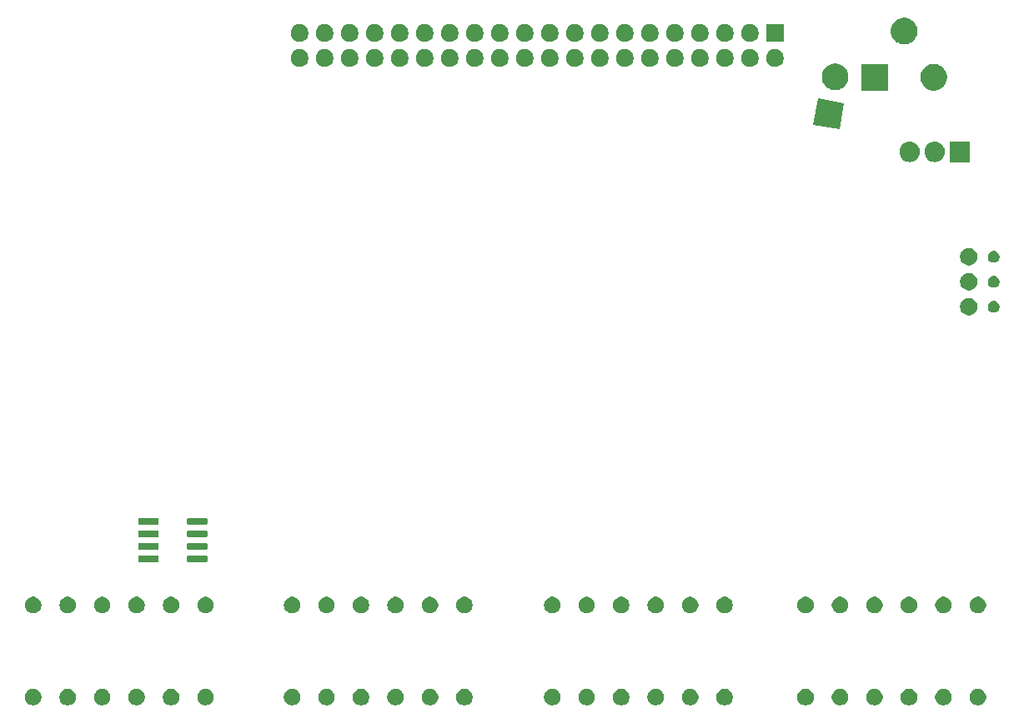
<source format=gbr>
G04 #@! TF.GenerationSoftware,KiCad,Pcbnew,5.1.6*
G04 #@! TF.CreationDate,2020-07-27T18:45:12-04:00*
G04 #@! TF.ProjectId,EVE-PCB-V4,4556452d-5043-4422-9d56-342e6b696361,rev?*
G04 #@! TF.SameCoordinates,Original*
G04 #@! TF.FileFunction,Soldermask,Bot*
G04 #@! TF.FilePolarity,Negative*
%FSLAX46Y46*%
G04 Gerber Fmt 4.6, Leading zero omitted, Abs format (unit mm)*
G04 Created by KiCad (PCBNEW 5.1.6) date 2020-07-27 18:45:12*
%MOMM*%
%LPD*%
G01*
G04 APERTURE LIST*
%ADD10C,0.100000*%
G04 APERTURE END LIST*
D10*
G36*
X121125927Y-104303723D02*
G01*
X121278524Y-104366930D01*
X121415858Y-104458694D01*
X121532652Y-104575488D01*
X121624416Y-104712822D01*
X121687623Y-104865419D01*
X121719846Y-105027414D01*
X121719846Y-105192586D01*
X121687623Y-105354581D01*
X121624416Y-105507178D01*
X121532652Y-105644512D01*
X121415858Y-105761306D01*
X121278524Y-105853070D01*
X121125927Y-105916277D01*
X120963932Y-105948500D01*
X120798760Y-105948500D01*
X120636765Y-105916277D01*
X120484168Y-105853070D01*
X120346834Y-105761306D01*
X120230040Y-105644512D01*
X120138276Y-105507178D01*
X120075069Y-105354581D01*
X120042846Y-105192586D01*
X120042846Y-105027414D01*
X120075069Y-104865419D01*
X120138276Y-104712822D01*
X120230040Y-104575488D01*
X120346834Y-104458694D01*
X120484168Y-104366930D01*
X120636765Y-104303723D01*
X120798760Y-104271500D01*
X120963932Y-104271500D01*
X121125927Y-104303723D01*
G37*
G36*
X173259427Y-104303723D02*
G01*
X173412024Y-104366930D01*
X173549358Y-104458694D01*
X173666152Y-104575488D01*
X173757916Y-104712822D01*
X173821123Y-104865419D01*
X173853346Y-105027414D01*
X173853346Y-105192586D01*
X173821123Y-105354581D01*
X173757916Y-105507178D01*
X173666152Y-105644512D01*
X173549358Y-105761306D01*
X173412024Y-105853070D01*
X173259427Y-105916277D01*
X173097432Y-105948500D01*
X172932260Y-105948500D01*
X172770265Y-105916277D01*
X172617668Y-105853070D01*
X172480334Y-105761306D01*
X172363540Y-105644512D01*
X172271776Y-105507178D01*
X172208569Y-105354581D01*
X172176346Y-105192586D01*
X172176346Y-105027414D01*
X172208569Y-104865419D01*
X172271776Y-104712822D01*
X172363540Y-104575488D01*
X172480334Y-104458694D01*
X172617668Y-104366930D01*
X172770265Y-104303723D01*
X172932260Y-104271500D01*
X173097432Y-104271500D01*
X173259427Y-104303723D01*
G37*
G36*
X117625927Y-104303723D02*
G01*
X117778524Y-104366930D01*
X117915858Y-104458694D01*
X118032652Y-104575488D01*
X118124416Y-104712822D01*
X118187623Y-104865419D01*
X118219846Y-105027414D01*
X118219846Y-105192586D01*
X118187623Y-105354581D01*
X118124416Y-105507178D01*
X118032652Y-105644512D01*
X117915858Y-105761306D01*
X117778524Y-105853070D01*
X117625927Y-105916277D01*
X117463932Y-105948500D01*
X117298760Y-105948500D01*
X117136765Y-105916277D01*
X116984168Y-105853070D01*
X116846834Y-105761306D01*
X116730040Y-105644512D01*
X116638276Y-105507178D01*
X116575069Y-105354581D01*
X116542846Y-105192586D01*
X116542846Y-105027414D01*
X116575069Y-104865419D01*
X116638276Y-104712822D01*
X116730040Y-104575488D01*
X116846834Y-104458694D01*
X116984168Y-104366930D01*
X117136765Y-104303723D01*
X117298760Y-104271500D01*
X117463932Y-104271500D01*
X117625927Y-104303723D01*
G37*
G36*
X108836927Y-104303723D02*
G01*
X108989524Y-104366930D01*
X109126858Y-104458694D01*
X109243652Y-104575488D01*
X109335416Y-104712822D01*
X109398623Y-104865419D01*
X109430846Y-105027414D01*
X109430846Y-105192586D01*
X109398623Y-105354581D01*
X109335416Y-105507178D01*
X109243652Y-105644512D01*
X109126858Y-105761306D01*
X108989524Y-105853070D01*
X108836927Y-105916277D01*
X108674932Y-105948500D01*
X108509760Y-105948500D01*
X108347765Y-105916277D01*
X108195168Y-105853070D01*
X108057834Y-105761306D01*
X107941040Y-105644512D01*
X107849276Y-105507178D01*
X107786069Y-105354581D01*
X107753846Y-105192586D01*
X107753846Y-105027414D01*
X107786069Y-104865419D01*
X107849276Y-104712822D01*
X107941040Y-104575488D01*
X108057834Y-104458694D01*
X108195168Y-104366930D01*
X108347765Y-104303723D01*
X108509760Y-104271500D01*
X108674932Y-104271500D01*
X108836927Y-104303723D01*
G37*
G36*
X105336927Y-104303723D02*
G01*
X105489524Y-104366930D01*
X105626858Y-104458694D01*
X105743652Y-104575488D01*
X105835416Y-104712822D01*
X105898623Y-104865419D01*
X105930846Y-105027414D01*
X105930846Y-105192586D01*
X105898623Y-105354581D01*
X105835416Y-105507178D01*
X105743652Y-105644512D01*
X105626858Y-105761306D01*
X105489524Y-105853070D01*
X105336927Y-105916277D01*
X105174932Y-105948500D01*
X105009760Y-105948500D01*
X104847765Y-105916277D01*
X104695168Y-105853070D01*
X104557834Y-105761306D01*
X104441040Y-105644512D01*
X104349276Y-105507178D01*
X104286069Y-105354581D01*
X104253846Y-105192586D01*
X104253846Y-105027414D01*
X104286069Y-104865419D01*
X104349276Y-104712822D01*
X104441040Y-104575488D01*
X104557834Y-104458694D01*
X104695168Y-104366930D01*
X104847765Y-104303723D01*
X105009760Y-104271500D01*
X105174932Y-104271500D01*
X105336927Y-104303723D01*
G37*
G36*
X101836927Y-104303723D02*
G01*
X101989524Y-104366930D01*
X102126858Y-104458694D01*
X102243652Y-104575488D01*
X102335416Y-104712822D01*
X102398623Y-104865419D01*
X102430846Y-105027414D01*
X102430846Y-105192586D01*
X102398623Y-105354581D01*
X102335416Y-105507178D01*
X102243652Y-105644512D01*
X102126858Y-105761306D01*
X101989524Y-105853070D01*
X101836927Y-105916277D01*
X101674932Y-105948500D01*
X101509760Y-105948500D01*
X101347765Y-105916277D01*
X101195168Y-105853070D01*
X101057834Y-105761306D01*
X100941040Y-105644512D01*
X100849276Y-105507178D01*
X100786069Y-105354581D01*
X100753846Y-105192586D01*
X100753846Y-105027414D01*
X100786069Y-104865419D01*
X100849276Y-104712822D01*
X100941040Y-104575488D01*
X101057834Y-104458694D01*
X101195168Y-104366930D01*
X101347765Y-104303723D01*
X101509760Y-104271500D01*
X101674932Y-104271500D01*
X101836927Y-104303723D01*
G37*
G36*
X98336927Y-104303723D02*
G01*
X98489524Y-104366930D01*
X98626858Y-104458694D01*
X98743652Y-104575488D01*
X98835416Y-104712822D01*
X98898623Y-104865419D01*
X98930846Y-105027414D01*
X98930846Y-105192586D01*
X98898623Y-105354581D01*
X98835416Y-105507178D01*
X98743652Y-105644512D01*
X98626858Y-105761306D01*
X98489524Y-105853070D01*
X98336927Y-105916277D01*
X98174932Y-105948500D01*
X98009760Y-105948500D01*
X97847765Y-105916277D01*
X97695168Y-105853070D01*
X97557834Y-105761306D01*
X97441040Y-105644512D01*
X97349276Y-105507178D01*
X97286069Y-105354581D01*
X97253846Y-105192586D01*
X97253846Y-105027414D01*
X97286069Y-104865419D01*
X97349276Y-104712822D01*
X97441040Y-104575488D01*
X97557834Y-104458694D01*
X97695168Y-104366930D01*
X97847765Y-104303723D01*
X98009760Y-104271500D01*
X98174932Y-104271500D01*
X98336927Y-104303723D01*
G37*
G36*
X94836927Y-104303723D02*
G01*
X94989524Y-104366930D01*
X95126858Y-104458694D01*
X95243652Y-104575488D01*
X95335416Y-104712822D01*
X95398623Y-104865419D01*
X95430846Y-105027414D01*
X95430846Y-105192586D01*
X95398623Y-105354581D01*
X95335416Y-105507178D01*
X95243652Y-105644512D01*
X95126858Y-105761306D01*
X94989524Y-105853070D01*
X94836927Y-105916277D01*
X94674932Y-105948500D01*
X94509760Y-105948500D01*
X94347765Y-105916277D01*
X94195168Y-105853070D01*
X94057834Y-105761306D01*
X93941040Y-105644512D01*
X93849276Y-105507178D01*
X93786069Y-105354581D01*
X93753846Y-105192586D01*
X93753846Y-105027414D01*
X93786069Y-104865419D01*
X93849276Y-104712822D01*
X93941040Y-104575488D01*
X94057834Y-104458694D01*
X94195168Y-104366930D01*
X94347765Y-104303723D01*
X94509760Y-104271500D01*
X94674932Y-104271500D01*
X94836927Y-104303723D01*
G37*
G36*
X91336927Y-104303723D02*
G01*
X91489524Y-104366930D01*
X91626858Y-104458694D01*
X91743652Y-104575488D01*
X91835416Y-104712822D01*
X91898623Y-104865419D01*
X91930846Y-105027414D01*
X91930846Y-105192586D01*
X91898623Y-105354581D01*
X91835416Y-105507178D01*
X91743652Y-105644512D01*
X91626858Y-105761306D01*
X91489524Y-105853070D01*
X91336927Y-105916277D01*
X91174932Y-105948500D01*
X91009760Y-105948500D01*
X90847765Y-105916277D01*
X90695168Y-105853070D01*
X90557834Y-105761306D01*
X90441040Y-105644512D01*
X90349276Y-105507178D01*
X90286069Y-105354581D01*
X90253846Y-105192586D01*
X90253846Y-105027414D01*
X90286069Y-104865419D01*
X90349276Y-104712822D01*
X90441040Y-104575488D01*
X90557834Y-104458694D01*
X90695168Y-104366930D01*
X90847765Y-104303723D01*
X91009760Y-104271500D01*
X91174932Y-104271500D01*
X91336927Y-104303723D01*
G37*
G36*
X187259427Y-104303723D02*
G01*
X187412024Y-104366930D01*
X187549358Y-104458694D01*
X187666152Y-104575488D01*
X187757916Y-104712822D01*
X187821123Y-104865419D01*
X187853346Y-105027414D01*
X187853346Y-105192586D01*
X187821123Y-105354581D01*
X187757916Y-105507178D01*
X187666152Y-105644512D01*
X187549358Y-105761306D01*
X187412024Y-105853070D01*
X187259427Y-105916277D01*
X187097432Y-105948500D01*
X186932260Y-105948500D01*
X186770265Y-105916277D01*
X186617668Y-105853070D01*
X186480334Y-105761306D01*
X186363540Y-105644512D01*
X186271776Y-105507178D01*
X186208569Y-105354581D01*
X186176346Y-105192586D01*
X186176346Y-105027414D01*
X186208569Y-104865419D01*
X186271776Y-104712822D01*
X186363540Y-104575488D01*
X186480334Y-104458694D01*
X186617668Y-104366930D01*
X186770265Y-104303723D01*
X186932260Y-104271500D01*
X187097432Y-104271500D01*
X187259427Y-104303723D01*
G37*
G36*
X183759427Y-104303723D02*
G01*
X183912024Y-104366930D01*
X184049358Y-104458694D01*
X184166152Y-104575488D01*
X184257916Y-104712822D01*
X184321123Y-104865419D01*
X184353346Y-105027414D01*
X184353346Y-105192586D01*
X184321123Y-105354581D01*
X184257916Y-105507178D01*
X184166152Y-105644512D01*
X184049358Y-105761306D01*
X183912024Y-105853070D01*
X183759427Y-105916277D01*
X183597432Y-105948500D01*
X183432260Y-105948500D01*
X183270265Y-105916277D01*
X183117668Y-105853070D01*
X182980334Y-105761306D01*
X182863540Y-105644512D01*
X182771776Y-105507178D01*
X182708569Y-105354581D01*
X182676346Y-105192586D01*
X182676346Y-105027414D01*
X182708569Y-104865419D01*
X182771776Y-104712822D01*
X182863540Y-104575488D01*
X182980334Y-104458694D01*
X183117668Y-104366930D01*
X183270265Y-104303723D01*
X183432260Y-104271500D01*
X183597432Y-104271500D01*
X183759427Y-104303723D01*
G37*
G36*
X180259427Y-104303723D02*
G01*
X180412024Y-104366930D01*
X180549358Y-104458694D01*
X180666152Y-104575488D01*
X180757916Y-104712822D01*
X180821123Y-104865419D01*
X180853346Y-105027414D01*
X180853346Y-105192586D01*
X180821123Y-105354581D01*
X180757916Y-105507178D01*
X180666152Y-105644512D01*
X180549358Y-105761306D01*
X180412024Y-105853070D01*
X180259427Y-105916277D01*
X180097432Y-105948500D01*
X179932260Y-105948500D01*
X179770265Y-105916277D01*
X179617668Y-105853070D01*
X179480334Y-105761306D01*
X179363540Y-105644512D01*
X179271776Y-105507178D01*
X179208569Y-105354581D01*
X179176346Y-105192586D01*
X179176346Y-105027414D01*
X179208569Y-104865419D01*
X179271776Y-104712822D01*
X179363540Y-104575488D01*
X179480334Y-104458694D01*
X179617668Y-104366930D01*
X179770265Y-104303723D01*
X179932260Y-104271500D01*
X180097432Y-104271500D01*
X180259427Y-104303723D01*
G37*
G36*
X176759427Y-104303723D02*
G01*
X176912024Y-104366930D01*
X177049358Y-104458694D01*
X177166152Y-104575488D01*
X177257916Y-104712822D01*
X177321123Y-104865419D01*
X177353346Y-105027414D01*
X177353346Y-105192586D01*
X177321123Y-105354581D01*
X177257916Y-105507178D01*
X177166152Y-105644512D01*
X177049358Y-105761306D01*
X176912024Y-105853070D01*
X176759427Y-105916277D01*
X176597432Y-105948500D01*
X176432260Y-105948500D01*
X176270265Y-105916277D01*
X176117668Y-105853070D01*
X175980334Y-105761306D01*
X175863540Y-105644512D01*
X175771776Y-105507178D01*
X175708569Y-105354581D01*
X175676346Y-105192586D01*
X175676346Y-105027414D01*
X175708569Y-104865419D01*
X175771776Y-104712822D01*
X175863540Y-104575488D01*
X175980334Y-104458694D01*
X176117668Y-104366930D01*
X176270265Y-104303723D01*
X176432260Y-104271500D01*
X176597432Y-104271500D01*
X176759427Y-104303723D01*
G37*
G36*
X169759427Y-104303723D02*
G01*
X169912024Y-104366930D01*
X170049358Y-104458694D01*
X170166152Y-104575488D01*
X170257916Y-104712822D01*
X170321123Y-104865419D01*
X170353346Y-105027414D01*
X170353346Y-105192586D01*
X170321123Y-105354581D01*
X170257916Y-105507178D01*
X170166152Y-105644512D01*
X170049358Y-105761306D01*
X169912024Y-105853070D01*
X169759427Y-105916277D01*
X169597432Y-105948500D01*
X169432260Y-105948500D01*
X169270265Y-105916277D01*
X169117668Y-105853070D01*
X168980334Y-105761306D01*
X168863540Y-105644512D01*
X168771776Y-105507178D01*
X168708569Y-105354581D01*
X168676346Y-105192586D01*
X168676346Y-105027414D01*
X168708569Y-104865419D01*
X168771776Y-104712822D01*
X168863540Y-104575488D01*
X168980334Y-104458694D01*
X169117668Y-104366930D01*
X169270265Y-104303723D01*
X169432260Y-104271500D01*
X169597432Y-104271500D01*
X169759427Y-104303723D01*
G37*
G36*
X144041927Y-104303723D02*
G01*
X144194524Y-104366930D01*
X144331858Y-104458694D01*
X144448652Y-104575488D01*
X144540416Y-104712822D01*
X144603623Y-104865419D01*
X144635846Y-105027414D01*
X144635846Y-105192586D01*
X144603623Y-105354581D01*
X144540416Y-105507178D01*
X144448652Y-105644512D01*
X144331858Y-105761306D01*
X144194524Y-105853070D01*
X144041927Y-105916277D01*
X143879932Y-105948500D01*
X143714760Y-105948500D01*
X143552765Y-105916277D01*
X143400168Y-105853070D01*
X143262834Y-105761306D01*
X143146040Y-105644512D01*
X143054276Y-105507178D01*
X142991069Y-105354581D01*
X142958846Y-105192586D01*
X142958846Y-105027414D01*
X142991069Y-104865419D01*
X143054276Y-104712822D01*
X143146040Y-104575488D01*
X143262834Y-104458694D01*
X143400168Y-104366930D01*
X143552765Y-104303723D01*
X143714760Y-104271500D01*
X143879932Y-104271500D01*
X144041927Y-104303723D01*
G37*
G36*
X124625927Y-104303723D02*
G01*
X124778524Y-104366930D01*
X124915858Y-104458694D01*
X125032652Y-104575488D01*
X125124416Y-104712822D01*
X125187623Y-104865419D01*
X125219846Y-105027414D01*
X125219846Y-105192586D01*
X125187623Y-105354581D01*
X125124416Y-105507178D01*
X125032652Y-105644512D01*
X124915858Y-105761306D01*
X124778524Y-105853070D01*
X124625927Y-105916277D01*
X124463932Y-105948500D01*
X124298760Y-105948500D01*
X124136765Y-105916277D01*
X123984168Y-105853070D01*
X123846834Y-105761306D01*
X123730040Y-105644512D01*
X123638276Y-105507178D01*
X123575069Y-105354581D01*
X123542846Y-105192586D01*
X123542846Y-105027414D01*
X123575069Y-104865419D01*
X123638276Y-104712822D01*
X123730040Y-104575488D01*
X123846834Y-104458694D01*
X123984168Y-104366930D01*
X124136765Y-104303723D01*
X124298760Y-104271500D01*
X124463932Y-104271500D01*
X124625927Y-104303723D01*
G37*
G36*
X128125927Y-104303723D02*
G01*
X128278524Y-104366930D01*
X128415858Y-104458694D01*
X128532652Y-104575488D01*
X128624416Y-104712822D01*
X128687623Y-104865419D01*
X128719846Y-105027414D01*
X128719846Y-105192586D01*
X128687623Y-105354581D01*
X128624416Y-105507178D01*
X128532652Y-105644512D01*
X128415858Y-105761306D01*
X128278524Y-105853070D01*
X128125927Y-105916277D01*
X127963932Y-105948500D01*
X127798760Y-105948500D01*
X127636765Y-105916277D01*
X127484168Y-105853070D01*
X127346834Y-105761306D01*
X127230040Y-105644512D01*
X127138276Y-105507178D01*
X127075069Y-105354581D01*
X127042846Y-105192586D01*
X127042846Y-105027414D01*
X127075069Y-104865419D01*
X127138276Y-104712822D01*
X127230040Y-104575488D01*
X127346834Y-104458694D01*
X127484168Y-104366930D01*
X127636765Y-104303723D01*
X127798760Y-104271500D01*
X127963932Y-104271500D01*
X128125927Y-104303723D01*
G37*
G36*
X131625927Y-104303723D02*
G01*
X131778524Y-104366930D01*
X131915858Y-104458694D01*
X132032652Y-104575488D01*
X132124416Y-104712822D01*
X132187623Y-104865419D01*
X132219846Y-105027414D01*
X132219846Y-105192586D01*
X132187623Y-105354581D01*
X132124416Y-105507178D01*
X132032652Y-105644512D01*
X131915858Y-105761306D01*
X131778524Y-105853070D01*
X131625927Y-105916277D01*
X131463932Y-105948500D01*
X131298760Y-105948500D01*
X131136765Y-105916277D01*
X130984168Y-105853070D01*
X130846834Y-105761306D01*
X130730040Y-105644512D01*
X130638276Y-105507178D01*
X130575069Y-105354581D01*
X130542846Y-105192586D01*
X130542846Y-105027414D01*
X130575069Y-104865419D01*
X130638276Y-104712822D01*
X130730040Y-104575488D01*
X130846834Y-104458694D01*
X130984168Y-104366930D01*
X131136765Y-104303723D01*
X131298760Y-104271500D01*
X131463932Y-104271500D01*
X131625927Y-104303723D01*
G37*
G36*
X135125927Y-104303723D02*
G01*
X135278524Y-104366930D01*
X135415858Y-104458694D01*
X135532652Y-104575488D01*
X135624416Y-104712822D01*
X135687623Y-104865419D01*
X135719846Y-105027414D01*
X135719846Y-105192586D01*
X135687623Y-105354581D01*
X135624416Y-105507178D01*
X135532652Y-105644512D01*
X135415858Y-105761306D01*
X135278524Y-105853070D01*
X135125927Y-105916277D01*
X134963932Y-105948500D01*
X134798760Y-105948500D01*
X134636765Y-105916277D01*
X134484168Y-105853070D01*
X134346834Y-105761306D01*
X134230040Y-105644512D01*
X134138276Y-105507178D01*
X134075069Y-105354581D01*
X134042846Y-105192586D01*
X134042846Y-105027414D01*
X134075069Y-104865419D01*
X134138276Y-104712822D01*
X134230040Y-104575488D01*
X134346834Y-104458694D01*
X134484168Y-104366930D01*
X134636765Y-104303723D01*
X134798760Y-104271500D01*
X134963932Y-104271500D01*
X135125927Y-104303723D01*
G37*
G36*
X147541927Y-104303723D02*
G01*
X147694524Y-104366930D01*
X147831858Y-104458694D01*
X147948652Y-104575488D01*
X148040416Y-104712822D01*
X148103623Y-104865419D01*
X148135846Y-105027414D01*
X148135846Y-105192586D01*
X148103623Y-105354581D01*
X148040416Y-105507178D01*
X147948652Y-105644512D01*
X147831858Y-105761306D01*
X147694524Y-105853070D01*
X147541927Y-105916277D01*
X147379932Y-105948500D01*
X147214760Y-105948500D01*
X147052765Y-105916277D01*
X146900168Y-105853070D01*
X146762834Y-105761306D01*
X146646040Y-105644512D01*
X146554276Y-105507178D01*
X146491069Y-105354581D01*
X146458846Y-105192586D01*
X146458846Y-105027414D01*
X146491069Y-104865419D01*
X146554276Y-104712822D01*
X146646040Y-104575488D01*
X146762834Y-104458694D01*
X146900168Y-104366930D01*
X147052765Y-104303723D01*
X147214760Y-104271500D01*
X147379932Y-104271500D01*
X147541927Y-104303723D01*
G37*
G36*
X151041927Y-104303723D02*
G01*
X151194524Y-104366930D01*
X151331858Y-104458694D01*
X151448652Y-104575488D01*
X151540416Y-104712822D01*
X151603623Y-104865419D01*
X151635846Y-105027414D01*
X151635846Y-105192586D01*
X151603623Y-105354581D01*
X151540416Y-105507178D01*
X151448652Y-105644512D01*
X151331858Y-105761306D01*
X151194524Y-105853070D01*
X151041927Y-105916277D01*
X150879932Y-105948500D01*
X150714760Y-105948500D01*
X150552765Y-105916277D01*
X150400168Y-105853070D01*
X150262834Y-105761306D01*
X150146040Y-105644512D01*
X150054276Y-105507178D01*
X149991069Y-105354581D01*
X149958846Y-105192586D01*
X149958846Y-105027414D01*
X149991069Y-104865419D01*
X150054276Y-104712822D01*
X150146040Y-104575488D01*
X150262834Y-104458694D01*
X150400168Y-104366930D01*
X150552765Y-104303723D01*
X150714760Y-104271500D01*
X150879932Y-104271500D01*
X151041927Y-104303723D01*
G37*
G36*
X154541927Y-104303723D02*
G01*
X154694524Y-104366930D01*
X154831858Y-104458694D01*
X154948652Y-104575488D01*
X155040416Y-104712822D01*
X155103623Y-104865419D01*
X155135846Y-105027414D01*
X155135846Y-105192586D01*
X155103623Y-105354581D01*
X155040416Y-105507178D01*
X154948652Y-105644512D01*
X154831858Y-105761306D01*
X154694524Y-105853070D01*
X154541927Y-105916277D01*
X154379932Y-105948500D01*
X154214760Y-105948500D01*
X154052765Y-105916277D01*
X153900168Y-105853070D01*
X153762834Y-105761306D01*
X153646040Y-105644512D01*
X153554276Y-105507178D01*
X153491069Y-105354581D01*
X153458846Y-105192586D01*
X153458846Y-105027414D01*
X153491069Y-104865419D01*
X153554276Y-104712822D01*
X153646040Y-104575488D01*
X153762834Y-104458694D01*
X153900168Y-104366930D01*
X154052765Y-104303723D01*
X154214760Y-104271500D01*
X154379932Y-104271500D01*
X154541927Y-104303723D01*
G37*
G36*
X158041927Y-104303723D02*
G01*
X158194524Y-104366930D01*
X158331858Y-104458694D01*
X158448652Y-104575488D01*
X158540416Y-104712822D01*
X158603623Y-104865419D01*
X158635846Y-105027414D01*
X158635846Y-105192586D01*
X158603623Y-105354581D01*
X158540416Y-105507178D01*
X158448652Y-105644512D01*
X158331858Y-105761306D01*
X158194524Y-105853070D01*
X158041927Y-105916277D01*
X157879932Y-105948500D01*
X157714760Y-105948500D01*
X157552765Y-105916277D01*
X157400168Y-105853070D01*
X157262834Y-105761306D01*
X157146040Y-105644512D01*
X157054276Y-105507178D01*
X156991069Y-105354581D01*
X156958846Y-105192586D01*
X156958846Y-105027414D01*
X156991069Y-104865419D01*
X157054276Y-104712822D01*
X157146040Y-104575488D01*
X157262834Y-104458694D01*
X157400168Y-104366930D01*
X157552765Y-104303723D01*
X157714760Y-104271500D01*
X157879932Y-104271500D01*
X158041927Y-104303723D01*
G37*
G36*
X161541927Y-104303723D02*
G01*
X161694524Y-104366930D01*
X161831858Y-104458694D01*
X161948652Y-104575488D01*
X162040416Y-104712822D01*
X162103623Y-104865419D01*
X162135846Y-105027414D01*
X162135846Y-105192586D01*
X162103623Y-105354581D01*
X162040416Y-105507178D01*
X161948652Y-105644512D01*
X161831858Y-105761306D01*
X161694524Y-105853070D01*
X161541927Y-105916277D01*
X161379932Y-105948500D01*
X161214760Y-105948500D01*
X161052765Y-105916277D01*
X160900168Y-105853070D01*
X160762834Y-105761306D01*
X160646040Y-105644512D01*
X160554276Y-105507178D01*
X160491069Y-105354581D01*
X160458846Y-105192586D01*
X160458846Y-105027414D01*
X160491069Y-104865419D01*
X160554276Y-104712822D01*
X160646040Y-104575488D01*
X160762834Y-104458694D01*
X160900168Y-104366930D01*
X161052765Y-104303723D01*
X161214760Y-104271500D01*
X161379932Y-104271500D01*
X161541927Y-104303723D01*
G37*
G36*
X117625927Y-94953723D02*
G01*
X117778524Y-95016930D01*
X117915858Y-95108694D01*
X118032652Y-95225488D01*
X118124416Y-95362822D01*
X118187623Y-95515419D01*
X118219846Y-95677414D01*
X118219846Y-95842586D01*
X118187623Y-96004581D01*
X118124416Y-96157178D01*
X118032652Y-96294512D01*
X117915858Y-96411306D01*
X117778524Y-96503070D01*
X117625927Y-96566277D01*
X117463932Y-96598500D01*
X117298760Y-96598500D01*
X117136765Y-96566277D01*
X116984168Y-96503070D01*
X116846834Y-96411306D01*
X116730040Y-96294512D01*
X116638276Y-96157178D01*
X116575069Y-96004581D01*
X116542846Y-95842586D01*
X116542846Y-95677414D01*
X116575069Y-95515419D01*
X116638276Y-95362822D01*
X116730040Y-95225488D01*
X116846834Y-95108694D01*
X116984168Y-95016930D01*
X117136765Y-94953723D01*
X117298760Y-94921500D01*
X117463932Y-94921500D01*
X117625927Y-94953723D01*
G37*
G36*
X180259427Y-94953723D02*
G01*
X180412024Y-95016930D01*
X180549358Y-95108694D01*
X180666152Y-95225488D01*
X180757916Y-95362822D01*
X180821123Y-95515419D01*
X180853346Y-95677414D01*
X180853346Y-95842586D01*
X180821123Y-96004581D01*
X180757916Y-96157178D01*
X180666152Y-96294512D01*
X180549358Y-96411306D01*
X180412024Y-96503070D01*
X180259427Y-96566277D01*
X180097432Y-96598500D01*
X179932260Y-96598500D01*
X179770265Y-96566277D01*
X179617668Y-96503070D01*
X179480334Y-96411306D01*
X179363540Y-96294512D01*
X179271776Y-96157178D01*
X179208569Y-96004581D01*
X179176346Y-95842586D01*
X179176346Y-95677414D01*
X179208569Y-95515419D01*
X179271776Y-95362822D01*
X179363540Y-95225488D01*
X179480334Y-95108694D01*
X179617668Y-95016930D01*
X179770265Y-94953723D01*
X179932260Y-94921500D01*
X180097432Y-94921500D01*
X180259427Y-94953723D01*
G37*
G36*
X176759427Y-94953723D02*
G01*
X176912024Y-95016930D01*
X177049358Y-95108694D01*
X177166152Y-95225488D01*
X177257916Y-95362822D01*
X177321123Y-95515419D01*
X177353346Y-95677414D01*
X177353346Y-95842586D01*
X177321123Y-96004581D01*
X177257916Y-96157178D01*
X177166152Y-96294512D01*
X177049358Y-96411306D01*
X176912024Y-96503070D01*
X176759427Y-96566277D01*
X176597432Y-96598500D01*
X176432260Y-96598500D01*
X176270265Y-96566277D01*
X176117668Y-96503070D01*
X175980334Y-96411306D01*
X175863540Y-96294512D01*
X175771776Y-96157178D01*
X175708569Y-96004581D01*
X175676346Y-95842586D01*
X175676346Y-95677414D01*
X175708569Y-95515419D01*
X175771776Y-95362822D01*
X175863540Y-95225488D01*
X175980334Y-95108694D01*
X176117668Y-95016930D01*
X176270265Y-94953723D01*
X176432260Y-94921500D01*
X176597432Y-94921500D01*
X176759427Y-94953723D01*
G37*
G36*
X135125927Y-94953723D02*
G01*
X135278524Y-95016930D01*
X135415858Y-95108694D01*
X135532652Y-95225488D01*
X135624416Y-95362822D01*
X135687623Y-95515419D01*
X135719846Y-95677414D01*
X135719846Y-95842586D01*
X135687623Y-96004581D01*
X135624416Y-96157178D01*
X135532652Y-96294512D01*
X135415858Y-96411306D01*
X135278524Y-96503070D01*
X135125927Y-96566277D01*
X134963932Y-96598500D01*
X134798760Y-96598500D01*
X134636765Y-96566277D01*
X134484168Y-96503070D01*
X134346834Y-96411306D01*
X134230040Y-96294512D01*
X134138276Y-96157178D01*
X134075069Y-96004581D01*
X134042846Y-95842586D01*
X134042846Y-95677414D01*
X134075069Y-95515419D01*
X134138276Y-95362822D01*
X134230040Y-95225488D01*
X134346834Y-95108694D01*
X134484168Y-95016930D01*
X134636765Y-94953723D01*
X134798760Y-94921500D01*
X134963932Y-94921500D01*
X135125927Y-94953723D01*
G37*
G36*
X173259427Y-94953723D02*
G01*
X173412024Y-95016930D01*
X173549358Y-95108694D01*
X173666152Y-95225488D01*
X173757916Y-95362822D01*
X173821123Y-95515419D01*
X173853346Y-95677414D01*
X173853346Y-95842586D01*
X173821123Y-96004581D01*
X173757916Y-96157178D01*
X173666152Y-96294512D01*
X173549358Y-96411306D01*
X173412024Y-96503070D01*
X173259427Y-96566277D01*
X173097432Y-96598500D01*
X172932260Y-96598500D01*
X172770265Y-96566277D01*
X172617668Y-96503070D01*
X172480334Y-96411306D01*
X172363540Y-96294512D01*
X172271776Y-96157178D01*
X172208569Y-96004581D01*
X172176346Y-95842586D01*
X172176346Y-95677414D01*
X172208569Y-95515419D01*
X172271776Y-95362822D01*
X172363540Y-95225488D01*
X172480334Y-95108694D01*
X172617668Y-95016930D01*
X172770265Y-94953723D01*
X172932260Y-94921500D01*
X173097432Y-94921500D01*
X173259427Y-94953723D01*
G37*
G36*
X108836927Y-94953723D02*
G01*
X108989524Y-95016930D01*
X109126858Y-95108694D01*
X109243652Y-95225488D01*
X109335416Y-95362822D01*
X109398623Y-95515419D01*
X109430846Y-95677414D01*
X109430846Y-95842586D01*
X109398623Y-96004581D01*
X109335416Y-96157178D01*
X109243652Y-96294512D01*
X109126858Y-96411306D01*
X108989524Y-96503070D01*
X108836927Y-96566277D01*
X108674932Y-96598500D01*
X108509760Y-96598500D01*
X108347765Y-96566277D01*
X108195168Y-96503070D01*
X108057834Y-96411306D01*
X107941040Y-96294512D01*
X107849276Y-96157178D01*
X107786069Y-96004581D01*
X107753846Y-95842586D01*
X107753846Y-95677414D01*
X107786069Y-95515419D01*
X107849276Y-95362822D01*
X107941040Y-95225488D01*
X108057834Y-95108694D01*
X108195168Y-95016930D01*
X108347765Y-94953723D01*
X108509760Y-94921500D01*
X108674932Y-94921500D01*
X108836927Y-94953723D01*
G37*
G36*
X169759427Y-94953723D02*
G01*
X169912024Y-95016930D01*
X170049358Y-95108694D01*
X170166152Y-95225488D01*
X170257916Y-95362822D01*
X170321123Y-95515419D01*
X170353346Y-95677414D01*
X170353346Y-95842586D01*
X170321123Y-96004581D01*
X170257916Y-96157178D01*
X170166152Y-96294512D01*
X170049358Y-96411306D01*
X169912024Y-96503070D01*
X169759427Y-96566277D01*
X169597432Y-96598500D01*
X169432260Y-96598500D01*
X169270265Y-96566277D01*
X169117668Y-96503070D01*
X168980334Y-96411306D01*
X168863540Y-96294512D01*
X168771776Y-96157178D01*
X168708569Y-96004581D01*
X168676346Y-95842586D01*
X168676346Y-95677414D01*
X168708569Y-95515419D01*
X168771776Y-95362822D01*
X168863540Y-95225488D01*
X168980334Y-95108694D01*
X169117668Y-95016930D01*
X169270265Y-94953723D01*
X169432260Y-94921500D01*
X169597432Y-94921500D01*
X169759427Y-94953723D01*
G37*
G36*
X144041927Y-94953723D02*
G01*
X144194524Y-95016930D01*
X144331858Y-95108694D01*
X144448652Y-95225488D01*
X144540416Y-95362822D01*
X144603623Y-95515419D01*
X144635846Y-95677414D01*
X144635846Y-95842586D01*
X144603623Y-96004581D01*
X144540416Y-96157178D01*
X144448652Y-96294512D01*
X144331858Y-96411306D01*
X144194524Y-96503070D01*
X144041927Y-96566277D01*
X143879932Y-96598500D01*
X143714760Y-96598500D01*
X143552765Y-96566277D01*
X143400168Y-96503070D01*
X143262834Y-96411306D01*
X143146040Y-96294512D01*
X143054276Y-96157178D01*
X142991069Y-96004581D01*
X142958846Y-95842586D01*
X142958846Y-95677414D01*
X142991069Y-95515419D01*
X143054276Y-95362822D01*
X143146040Y-95225488D01*
X143262834Y-95108694D01*
X143400168Y-95016930D01*
X143552765Y-94953723D01*
X143714760Y-94921500D01*
X143879932Y-94921500D01*
X144041927Y-94953723D01*
G37*
G36*
X161541927Y-94953723D02*
G01*
X161694524Y-95016930D01*
X161831858Y-95108694D01*
X161948652Y-95225488D01*
X162040416Y-95362822D01*
X162103623Y-95515419D01*
X162135846Y-95677414D01*
X162135846Y-95842586D01*
X162103623Y-96004581D01*
X162040416Y-96157178D01*
X161948652Y-96294512D01*
X161831858Y-96411306D01*
X161694524Y-96503070D01*
X161541927Y-96566277D01*
X161379932Y-96598500D01*
X161214760Y-96598500D01*
X161052765Y-96566277D01*
X160900168Y-96503070D01*
X160762834Y-96411306D01*
X160646040Y-96294512D01*
X160554276Y-96157178D01*
X160491069Y-96004581D01*
X160458846Y-95842586D01*
X160458846Y-95677414D01*
X160491069Y-95515419D01*
X160554276Y-95362822D01*
X160646040Y-95225488D01*
X160762834Y-95108694D01*
X160900168Y-95016930D01*
X161052765Y-94953723D01*
X161214760Y-94921500D01*
X161379932Y-94921500D01*
X161541927Y-94953723D01*
G37*
G36*
X158041927Y-94953723D02*
G01*
X158194524Y-95016930D01*
X158331858Y-95108694D01*
X158448652Y-95225488D01*
X158540416Y-95362822D01*
X158603623Y-95515419D01*
X158635846Y-95677414D01*
X158635846Y-95842586D01*
X158603623Y-96004581D01*
X158540416Y-96157178D01*
X158448652Y-96294512D01*
X158331858Y-96411306D01*
X158194524Y-96503070D01*
X158041927Y-96566277D01*
X157879932Y-96598500D01*
X157714760Y-96598500D01*
X157552765Y-96566277D01*
X157400168Y-96503070D01*
X157262834Y-96411306D01*
X157146040Y-96294512D01*
X157054276Y-96157178D01*
X156991069Y-96004581D01*
X156958846Y-95842586D01*
X156958846Y-95677414D01*
X156991069Y-95515419D01*
X157054276Y-95362822D01*
X157146040Y-95225488D01*
X157262834Y-95108694D01*
X157400168Y-95016930D01*
X157552765Y-94953723D01*
X157714760Y-94921500D01*
X157879932Y-94921500D01*
X158041927Y-94953723D01*
G37*
G36*
X147541927Y-94953723D02*
G01*
X147694524Y-95016930D01*
X147831858Y-95108694D01*
X147948652Y-95225488D01*
X148040416Y-95362822D01*
X148103623Y-95515419D01*
X148135846Y-95677414D01*
X148135846Y-95842586D01*
X148103623Y-96004581D01*
X148040416Y-96157178D01*
X147948652Y-96294512D01*
X147831858Y-96411306D01*
X147694524Y-96503070D01*
X147541927Y-96566277D01*
X147379932Y-96598500D01*
X147214760Y-96598500D01*
X147052765Y-96566277D01*
X146900168Y-96503070D01*
X146762834Y-96411306D01*
X146646040Y-96294512D01*
X146554276Y-96157178D01*
X146491069Y-96004581D01*
X146458846Y-95842586D01*
X146458846Y-95677414D01*
X146491069Y-95515419D01*
X146554276Y-95362822D01*
X146646040Y-95225488D01*
X146762834Y-95108694D01*
X146900168Y-95016930D01*
X147052765Y-94953723D01*
X147214760Y-94921500D01*
X147379932Y-94921500D01*
X147541927Y-94953723D01*
G37*
G36*
X154541927Y-94953723D02*
G01*
X154694524Y-95016930D01*
X154831858Y-95108694D01*
X154948652Y-95225488D01*
X155040416Y-95362822D01*
X155103623Y-95515419D01*
X155135846Y-95677414D01*
X155135846Y-95842586D01*
X155103623Y-96004581D01*
X155040416Y-96157178D01*
X154948652Y-96294512D01*
X154831858Y-96411306D01*
X154694524Y-96503070D01*
X154541927Y-96566277D01*
X154379932Y-96598500D01*
X154214760Y-96598500D01*
X154052765Y-96566277D01*
X153900168Y-96503070D01*
X153762834Y-96411306D01*
X153646040Y-96294512D01*
X153554276Y-96157178D01*
X153491069Y-96004581D01*
X153458846Y-95842586D01*
X153458846Y-95677414D01*
X153491069Y-95515419D01*
X153554276Y-95362822D01*
X153646040Y-95225488D01*
X153762834Y-95108694D01*
X153900168Y-95016930D01*
X154052765Y-94953723D01*
X154214760Y-94921500D01*
X154379932Y-94921500D01*
X154541927Y-94953723D01*
G37*
G36*
X183759427Y-94953723D02*
G01*
X183912024Y-95016930D01*
X184049358Y-95108694D01*
X184166152Y-95225488D01*
X184257916Y-95362822D01*
X184321123Y-95515419D01*
X184353346Y-95677414D01*
X184353346Y-95842586D01*
X184321123Y-96004581D01*
X184257916Y-96157178D01*
X184166152Y-96294512D01*
X184049358Y-96411306D01*
X183912024Y-96503070D01*
X183759427Y-96566277D01*
X183597432Y-96598500D01*
X183432260Y-96598500D01*
X183270265Y-96566277D01*
X183117668Y-96503070D01*
X182980334Y-96411306D01*
X182863540Y-96294512D01*
X182771776Y-96157178D01*
X182708569Y-96004581D01*
X182676346Y-95842586D01*
X182676346Y-95677414D01*
X182708569Y-95515419D01*
X182771776Y-95362822D01*
X182863540Y-95225488D01*
X182980334Y-95108694D01*
X183117668Y-95016930D01*
X183270265Y-94953723D01*
X183432260Y-94921500D01*
X183597432Y-94921500D01*
X183759427Y-94953723D01*
G37*
G36*
X121125927Y-94953723D02*
G01*
X121278524Y-95016930D01*
X121415858Y-95108694D01*
X121532652Y-95225488D01*
X121624416Y-95362822D01*
X121687623Y-95515419D01*
X121719846Y-95677414D01*
X121719846Y-95842586D01*
X121687623Y-96004581D01*
X121624416Y-96157178D01*
X121532652Y-96294512D01*
X121415858Y-96411306D01*
X121278524Y-96503070D01*
X121125927Y-96566277D01*
X120963932Y-96598500D01*
X120798760Y-96598500D01*
X120636765Y-96566277D01*
X120484168Y-96503070D01*
X120346834Y-96411306D01*
X120230040Y-96294512D01*
X120138276Y-96157178D01*
X120075069Y-96004581D01*
X120042846Y-95842586D01*
X120042846Y-95677414D01*
X120075069Y-95515419D01*
X120138276Y-95362822D01*
X120230040Y-95225488D01*
X120346834Y-95108694D01*
X120484168Y-95016930D01*
X120636765Y-94953723D01*
X120798760Y-94921500D01*
X120963932Y-94921500D01*
X121125927Y-94953723D01*
G37*
G36*
X101836927Y-94953723D02*
G01*
X101989524Y-95016930D01*
X102126858Y-95108694D01*
X102243652Y-95225488D01*
X102335416Y-95362822D01*
X102398623Y-95515419D01*
X102430846Y-95677414D01*
X102430846Y-95842586D01*
X102398623Y-96004581D01*
X102335416Y-96157178D01*
X102243652Y-96294512D01*
X102126858Y-96411306D01*
X101989524Y-96503070D01*
X101836927Y-96566277D01*
X101674932Y-96598500D01*
X101509760Y-96598500D01*
X101347765Y-96566277D01*
X101195168Y-96503070D01*
X101057834Y-96411306D01*
X100941040Y-96294512D01*
X100849276Y-96157178D01*
X100786069Y-96004581D01*
X100753846Y-95842586D01*
X100753846Y-95677414D01*
X100786069Y-95515419D01*
X100849276Y-95362822D01*
X100941040Y-95225488D01*
X101057834Y-95108694D01*
X101195168Y-95016930D01*
X101347765Y-94953723D01*
X101509760Y-94921500D01*
X101674932Y-94921500D01*
X101836927Y-94953723D01*
G37*
G36*
X105336927Y-94953723D02*
G01*
X105489524Y-95016930D01*
X105626858Y-95108694D01*
X105743652Y-95225488D01*
X105835416Y-95362822D01*
X105898623Y-95515419D01*
X105930846Y-95677414D01*
X105930846Y-95842586D01*
X105898623Y-96004581D01*
X105835416Y-96157178D01*
X105743652Y-96294512D01*
X105626858Y-96411306D01*
X105489524Y-96503070D01*
X105336927Y-96566277D01*
X105174932Y-96598500D01*
X105009760Y-96598500D01*
X104847765Y-96566277D01*
X104695168Y-96503070D01*
X104557834Y-96411306D01*
X104441040Y-96294512D01*
X104349276Y-96157178D01*
X104286069Y-96004581D01*
X104253846Y-95842586D01*
X104253846Y-95677414D01*
X104286069Y-95515419D01*
X104349276Y-95362822D01*
X104441040Y-95225488D01*
X104557834Y-95108694D01*
X104695168Y-95016930D01*
X104847765Y-94953723D01*
X105009760Y-94921500D01*
X105174932Y-94921500D01*
X105336927Y-94953723D01*
G37*
G36*
X98336927Y-94953723D02*
G01*
X98489524Y-95016930D01*
X98626858Y-95108694D01*
X98743652Y-95225488D01*
X98835416Y-95362822D01*
X98898623Y-95515419D01*
X98930846Y-95677414D01*
X98930846Y-95842586D01*
X98898623Y-96004581D01*
X98835416Y-96157178D01*
X98743652Y-96294512D01*
X98626858Y-96411306D01*
X98489524Y-96503070D01*
X98336927Y-96566277D01*
X98174932Y-96598500D01*
X98009760Y-96598500D01*
X97847765Y-96566277D01*
X97695168Y-96503070D01*
X97557834Y-96411306D01*
X97441040Y-96294512D01*
X97349276Y-96157178D01*
X97286069Y-96004581D01*
X97253846Y-95842586D01*
X97253846Y-95677414D01*
X97286069Y-95515419D01*
X97349276Y-95362822D01*
X97441040Y-95225488D01*
X97557834Y-95108694D01*
X97695168Y-95016930D01*
X97847765Y-94953723D01*
X98009760Y-94921500D01*
X98174932Y-94921500D01*
X98336927Y-94953723D01*
G37*
G36*
X124625927Y-94953723D02*
G01*
X124778524Y-95016930D01*
X124915858Y-95108694D01*
X125032652Y-95225488D01*
X125124416Y-95362822D01*
X125187623Y-95515419D01*
X125219846Y-95677414D01*
X125219846Y-95842586D01*
X125187623Y-96004581D01*
X125124416Y-96157178D01*
X125032652Y-96294512D01*
X124915858Y-96411306D01*
X124778524Y-96503070D01*
X124625927Y-96566277D01*
X124463932Y-96598500D01*
X124298760Y-96598500D01*
X124136765Y-96566277D01*
X123984168Y-96503070D01*
X123846834Y-96411306D01*
X123730040Y-96294512D01*
X123638276Y-96157178D01*
X123575069Y-96004581D01*
X123542846Y-95842586D01*
X123542846Y-95677414D01*
X123575069Y-95515419D01*
X123638276Y-95362822D01*
X123730040Y-95225488D01*
X123846834Y-95108694D01*
X123984168Y-95016930D01*
X124136765Y-94953723D01*
X124298760Y-94921500D01*
X124463932Y-94921500D01*
X124625927Y-94953723D01*
G37*
G36*
X94836927Y-94953723D02*
G01*
X94989524Y-95016930D01*
X95126858Y-95108694D01*
X95243652Y-95225488D01*
X95335416Y-95362822D01*
X95398623Y-95515419D01*
X95430846Y-95677414D01*
X95430846Y-95842586D01*
X95398623Y-96004581D01*
X95335416Y-96157178D01*
X95243652Y-96294512D01*
X95126858Y-96411306D01*
X94989524Y-96503070D01*
X94836927Y-96566277D01*
X94674932Y-96598500D01*
X94509760Y-96598500D01*
X94347765Y-96566277D01*
X94195168Y-96503070D01*
X94057834Y-96411306D01*
X93941040Y-96294512D01*
X93849276Y-96157178D01*
X93786069Y-96004581D01*
X93753846Y-95842586D01*
X93753846Y-95677414D01*
X93786069Y-95515419D01*
X93849276Y-95362822D01*
X93941040Y-95225488D01*
X94057834Y-95108694D01*
X94195168Y-95016930D01*
X94347765Y-94953723D01*
X94509760Y-94921500D01*
X94674932Y-94921500D01*
X94836927Y-94953723D01*
G37*
G36*
X151041927Y-94953723D02*
G01*
X151194524Y-95016930D01*
X151331858Y-95108694D01*
X151448652Y-95225488D01*
X151540416Y-95362822D01*
X151603623Y-95515419D01*
X151635846Y-95677414D01*
X151635846Y-95842586D01*
X151603623Y-96004581D01*
X151540416Y-96157178D01*
X151448652Y-96294512D01*
X151331858Y-96411306D01*
X151194524Y-96503070D01*
X151041927Y-96566277D01*
X150879932Y-96598500D01*
X150714760Y-96598500D01*
X150552765Y-96566277D01*
X150400168Y-96503070D01*
X150262834Y-96411306D01*
X150146040Y-96294512D01*
X150054276Y-96157178D01*
X149991069Y-96004581D01*
X149958846Y-95842586D01*
X149958846Y-95677414D01*
X149991069Y-95515419D01*
X150054276Y-95362822D01*
X150146040Y-95225488D01*
X150262834Y-95108694D01*
X150400168Y-95016930D01*
X150552765Y-94953723D01*
X150714760Y-94921500D01*
X150879932Y-94921500D01*
X151041927Y-94953723D01*
G37*
G36*
X91336927Y-94953723D02*
G01*
X91489524Y-95016930D01*
X91626858Y-95108694D01*
X91743652Y-95225488D01*
X91835416Y-95362822D01*
X91898623Y-95515419D01*
X91930846Y-95677414D01*
X91930846Y-95842586D01*
X91898623Y-96004581D01*
X91835416Y-96157178D01*
X91743652Y-96294512D01*
X91626858Y-96411306D01*
X91489524Y-96503070D01*
X91336927Y-96566277D01*
X91174932Y-96598500D01*
X91009760Y-96598500D01*
X90847765Y-96566277D01*
X90695168Y-96503070D01*
X90557834Y-96411306D01*
X90441040Y-96294512D01*
X90349276Y-96157178D01*
X90286069Y-96004581D01*
X90253846Y-95842586D01*
X90253846Y-95677414D01*
X90286069Y-95515419D01*
X90349276Y-95362822D01*
X90441040Y-95225488D01*
X90557834Y-95108694D01*
X90695168Y-95016930D01*
X90847765Y-94953723D01*
X91009760Y-94921500D01*
X91174932Y-94921500D01*
X91336927Y-94953723D01*
G37*
G36*
X128125927Y-94953723D02*
G01*
X128278524Y-95016930D01*
X128415858Y-95108694D01*
X128532652Y-95225488D01*
X128624416Y-95362822D01*
X128687623Y-95515419D01*
X128719846Y-95677414D01*
X128719846Y-95842586D01*
X128687623Y-96004581D01*
X128624416Y-96157178D01*
X128532652Y-96294512D01*
X128415858Y-96411306D01*
X128278524Y-96503070D01*
X128125927Y-96566277D01*
X127963932Y-96598500D01*
X127798760Y-96598500D01*
X127636765Y-96566277D01*
X127484168Y-96503070D01*
X127346834Y-96411306D01*
X127230040Y-96294512D01*
X127138276Y-96157178D01*
X127075069Y-96004581D01*
X127042846Y-95842586D01*
X127042846Y-95677414D01*
X127075069Y-95515419D01*
X127138276Y-95362822D01*
X127230040Y-95225488D01*
X127346834Y-95108694D01*
X127484168Y-95016930D01*
X127636765Y-94953723D01*
X127798760Y-94921500D01*
X127963932Y-94921500D01*
X128125927Y-94953723D01*
G37*
G36*
X187259427Y-94953723D02*
G01*
X187412024Y-95016930D01*
X187549358Y-95108694D01*
X187666152Y-95225488D01*
X187757916Y-95362822D01*
X187821123Y-95515419D01*
X187853346Y-95677414D01*
X187853346Y-95842586D01*
X187821123Y-96004581D01*
X187757916Y-96157178D01*
X187666152Y-96294512D01*
X187549358Y-96411306D01*
X187412024Y-96503070D01*
X187259427Y-96566277D01*
X187097432Y-96598500D01*
X186932260Y-96598500D01*
X186770265Y-96566277D01*
X186617668Y-96503070D01*
X186480334Y-96411306D01*
X186363540Y-96294512D01*
X186271776Y-96157178D01*
X186208569Y-96004581D01*
X186176346Y-95842586D01*
X186176346Y-95677414D01*
X186208569Y-95515419D01*
X186271776Y-95362822D01*
X186363540Y-95225488D01*
X186480334Y-95108694D01*
X186617668Y-95016930D01*
X186770265Y-94953723D01*
X186932260Y-94921500D01*
X187097432Y-94921500D01*
X187259427Y-94953723D01*
G37*
G36*
X131625927Y-94953723D02*
G01*
X131778524Y-95016930D01*
X131915858Y-95108694D01*
X132032652Y-95225488D01*
X132124416Y-95362822D01*
X132187623Y-95515419D01*
X132219846Y-95677414D01*
X132219846Y-95842586D01*
X132187623Y-96004581D01*
X132124416Y-96157178D01*
X132032652Y-96294512D01*
X131915858Y-96411306D01*
X131778524Y-96503070D01*
X131625927Y-96566277D01*
X131463932Y-96598500D01*
X131298760Y-96598500D01*
X131136765Y-96566277D01*
X130984168Y-96503070D01*
X130846834Y-96411306D01*
X130730040Y-96294512D01*
X130638276Y-96157178D01*
X130575069Y-96004581D01*
X130542846Y-95842586D01*
X130542846Y-95677414D01*
X130575069Y-95515419D01*
X130638276Y-95362822D01*
X130730040Y-95225488D01*
X130846834Y-95108694D01*
X130984168Y-95016930D01*
X131136765Y-94953723D01*
X131298760Y-94921500D01*
X131463932Y-94921500D01*
X131625927Y-94953723D01*
G37*
G36*
X108692928Y-90710764D02*
G01*
X108714009Y-90717160D01*
X108733445Y-90727548D01*
X108750476Y-90741524D01*
X108764452Y-90758555D01*
X108774840Y-90777991D01*
X108781236Y-90799072D01*
X108784000Y-90827140D01*
X108784000Y-91290860D01*
X108781236Y-91318928D01*
X108774840Y-91340009D01*
X108764452Y-91359445D01*
X108750476Y-91376476D01*
X108733445Y-91390452D01*
X108714009Y-91400840D01*
X108692928Y-91407236D01*
X108664860Y-91410000D01*
X106851140Y-91410000D01*
X106823072Y-91407236D01*
X106801991Y-91400840D01*
X106782555Y-91390452D01*
X106765524Y-91376476D01*
X106751548Y-91359445D01*
X106741160Y-91340009D01*
X106734764Y-91318928D01*
X106732000Y-91290860D01*
X106732000Y-90827140D01*
X106734764Y-90799072D01*
X106741160Y-90777991D01*
X106751548Y-90758555D01*
X106765524Y-90741524D01*
X106782555Y-90727548D01*
X106801991Y-90717160D01*
X106823072Y-90710764D01*
X106851140Y-90708000D01*
X108664860Y-90708000D01*
X108692928Y-90710764D01*
G37*
G36*
X103742928Y-90710764D02*
G01*
X103764009Y-90717160D01*
X103783445Y-90727548D01*
X103800476Y-90741524D01*
X103814452Y-90758555D01*
X103824840Y-90777991D01*
X103831236Y-90799072D01*
X103834000Y-90827140D01*
X103834000Y-91290860D01*
X103831236Y-91318928D01*
X103824840Y-91340009D01*
X103814452Y-91359445D01*
X103800476Y-91376476D01*
X103783445Y-91390452D01*
X103764009Y-91400840D01*
X103742928Y-91407236D01*
X103714860Y-91410000D01*
X101901140Y-91410000D01*
X101873072Y-91407236D01*
X101851991Y-91400840D01*
X101832555Y-91390452D01*
X101815524Y-91376476D01*
X101801548Y-91359445D01*
X101791160Y-91340009D01*
X101784764Y-91318928D01*
X101782000Y-91290860D01*
X101782000Y-90827140D01*
X101784764Y-90799072D01*
X101791160Y-90777991D01*
X101801548Y-90758555D01*
X101815524Y-90741524D01*
X101832555Y-90727548D01*
X101851991Y-90717160D01*
X101873072Y-90710764D01*
X101901140Y-90708000D01*
X103714860Y-90708000D01*
X103742928Y-90710764D01*
G37*
G36*
X108692928Y-89440764D02*
G01*
X108714009Y-89447160D01*
X108733445Y-89457548D01*
X108750476Y-89471524D01*
X108764452Y-89488555D01*
X108774840Y-89507991D01*
X108781236Y-89529072D01*
X108784000Y-89557140D01*
X108784000Y-90020860D01*
X108781236Y-90048928D01*
X108774840Y-90070009D01*
X108764452Y-90089445D01*
X108750476Y-90106476D01*
X108733445Y-90120452D01*
X108714009Y-90130840D01*
X108692928Y-90137236D01*
X108664860Y-90140000D01*
X106851140Y-90140000D01*
X106823072Y-90137236D01*
X106801991Y-90130840D01*
X106782555Y-90120452D01*
X106765524Y-90106476D01*
X106751548Y-90089445D01*
X106741160Y-90070009D01*
X106734764Y-90048928D01*
X106732000Y-90020860D01*
X106732000Y-89557140D01*
X106734764Y-89529072D01*
X106741160Y-89507991D01*
X106751548Y-89488555D01*
X106765524Y-89471524D01*
X106782555Y-89457548D01*
X106801991Y-89447160D01*
X106823072Y-89440764D01*
X106851140Y-89438000D01*
X108664860Y-89438000D01*
X108692928Y-89440764D01*
G37*
G36*
X103742928Y-89440764D02*
G01*
X103764009Y-89447160D01*
X103783445Y-89457548D01*
X103800476Y-89471524D01*
X103814452Y-89488555D01*
X103824840Y-89507991D01*
X103831236Y-89529072D01*
X103834000Y-89557140D01*
X103834000Y-90020860D01*
X103831236Y-90048928D01*
X103824840Y-90070009D01*
X103814452Y-90089445D01*
X103800476Y-90106476D01*
X103783445Y-90120452D01*
X103764009Y-90130840D01*
X103742928Y-90137236D01*
X103714860Y-90140000D01*
X101901140Y-90140000D01*
X101873072Y-90137236D01*
X101851991Y-90130840D01*
X101832555Y-90120452D01*
X101815524Y-90106476D01*
X101801548Y-90089445D01*
X101791160Y-90070009D01*
X101784764Y-90048928D01*
X101782000Y-90020860D01*
X101782000Y-89557140D01*
X101784764Y-89529072D01*
X101791160Y-89507991D01*
X101801548Y-89488555D01*
X101815524Y-89471524D01*
X101832555Y-89457548D01*
X101851991Y-89447160D01*
X101873072Y-89440764D01*
X101901140Y-89438000D01*
X103714860Y-89438000D01*
X103742928Y-89440764D01*
G37*
G36*
X108692928Y-88170764D02*
G01*
X108714009Y-88177160D01*
X108733445Y-88187548D01*
X108750476Y-88201524D01*
X108764452Y-88218555D01*
X108774840Y-88237991D01*
X108781236Y-88259072D01*
X108784000Y-88287140D01*
X108784000Y-88750860D01*
X108781236Y-88778928D01*
X108774840Y-88800009D01*
X108764452Y-88819445D01*
X108750476Y-88836476D01*
X108733445Y-88850452D01*
X108714009Y-88860840D01*
X108692928Y-88867236D01*
X108664860Y-88870000D01*
X106851140Y-88870000D01*
X106823072Y-88867236D01*
X106801991Y-88860840D01*
X106782555Y-88850452D01*
X106765524Y-88836476D01*
X106751548Y-88819445D01*
X106741160Y-88800009D01*
X106734764Y-88778928D01*
X106732000Y-88750860D01*
X106732000Y-88287140D01*
X106734764Y-88259072D01*
X106741160Y-88237991D01*
X106751548Y-88218555D01*
X106765524Y-88201524D01*
X106782555Y-88187548D01*
X106801991Y-88177160D01*
X106823072Y-88170764D01*
X106851140Y-88168000D01*
X108664860Y-88168000D01*
X108692928Y-88170764D01*
G37*
G36*
X103742928Y-88170764D02*
G01*
X103764009Y-88177160D01*
X103783445Y-88187548D01*
X103800476Y-88201524D01*
X103814452Y-88218555D01*
X103824840Y-88237991D01*
X103831236Y-88259072D01*
X103834000Y-88287140D01*
X103834000Y-88750860D01*
X103831236Y-88778928D01*
X103824840Y-88800009D01*
X103814452Y-88819445D01*
X103800476Y-88836476D01*
X103783445Y-88850452D01*
X103764009Y-88860840D01*
X103742928Y-88867236D01*
X103714860Y-88870000D01*
X101901140Y-88870000D01*
X101873072Y-88867236D01*
X101851991Y-88860840D01*
X101832555Y-88850452D01*
X101815524Y-88836476D01*
X101801548Y-88819445D01*
X101791160Y-88800009D01*
X101784764Y-88778928D01*
X101782000Y-88750860D01*
X101782000Y-88287140D01*
X101784764Y-88259072D01*
X101791160Y-88237991D01*
X101801548Y-88218555D01*
X101815524Y-88201524D01*
X101832555Y-88187548D01*
X101851991Y-88177160D01*
X101873072Y-88170764D01*
X101901140Y-88168000D01*
X103714860Y-88168000D01*
X103742928Y-88170764D01*
G37*
G36*
X103742928Y-86900764D02*
G01*
X103764009Y-86907160D01*
X103783445Y-86917548D01*
X103800476Y-86931524D01*
X103814452Y-86948555D01*
X103824840Y-86967991D01*
X103831236Y-86989072D01*
X103834000Y-87017140D01*
X103834000Y-87480860D01*
X103831236Y-87508928D01*
X103824840Y-87530009D01*
X103814452Y-87549445D01*
X103800476Y-87566476D01*
X103783445Y-87580452D01*
X103764009Y-87590840D01*
X103742928Y-87597236D01*
X103714860Y-87600000D01*
X101901140Y-87600000D01*
X101873072Y-87597236D01*
X101851991Y-87590840D01*
X101832555Y-87580452D01*
X101815524Y-87566476D01*
X101801548Y-87549445D01*
X101791160Y-87530009D01*
X101784764Y-87508928D01*
X101782000Y-87480860D01*
X101782000Y-87017140D01*
X101784764Y-86989072D01*
X101791160Y-86967991D01*
X101801548Y-86948555D01*
X101815524Y-86931524D01*
X101832555Y-86917548D01*
X101851991Y-86907160D01*
X101873072Y-86900764D01*
X101901140Y-86898000D01*
X103714860Y-86898000D01*
X103742928Y-86900764D01*
G37*
G36*
X108692928Y-86900764D02*
G01*
X108714009Y-86907160D01*
X108733445Y-86917548D01*
X108750476Y-86931524D01*
X108764452Y-86948555D01*
X108774840Y-86967991D01*
X108781236Y-86989072D01*
X108784000Y-87017140D01*
X108784000Y-87480860D01*
X108781236Y-87508928D01*
X108774840Y-87530009D01*
X108764452Y-87549445D01*
X108750476Y-87566476D01*
X108733445Y-87580452D01*
X108714009Y-87590840D01*
X108692928Y-87597236D01*
X108664860Y-87600000D01*
X106851140Y-87600000D01*
X106823072Y-87597236D01*
X106801991Y-87590840D01*
X106782555Y-87580452D01*
X106765524Y-87566476D01*
X106751548Y-87549445D01*
X106741160Y-87530009D01*
X106734764Y-87508928D01*
X106732000Y-87480860D01*
X106732000Y-87017140D01*
X106734764Y-86989072D01*
X106741160Y-86967991D01*
X106751548Y-86948555D01*
X106765524Y-86931524D01*
X106782555Y-86917548D01*
X106801991Y-86907160D01*
X106823072Y-86900764D01*
X106851140Y-86898000D01*
X108664860Y-86898000D01*
X108692928Y-86900764D01*
G37*
G36*
X186251299Y-64571232D02*
G01*
X186335920Y-64588064D01*
X186495342Y-64654099D01*
X186638818Y-64749966D01*
X186760834Y-64871982D01*
X186856701Y-65015458D01*
X186922736Y-65174880D01*
X186956400Y-65344121D01*
X186956400Y-65516679D01*
X186922736Y-65685920D01*
X186856701Y-65845342D01*
X186760834Y-65988818D01*
X186638818Y-66110834D01*
X186495342Y-66206701D01*
X186335920Y-66272736D01*
X186251299Y-66289568D01*
X186166680Y-66306400D01*
X185994120Y-66306400D01*
X185909501Y-66289568D01*
X185824880Y-66272736D01*
X185665458Y-66206701D01*
X185521982Y-66110834D01*
X185399966Y-65988818D01*
X185304099Y-65845342D01*
X185238064Y-65685920D01*
X185204400Y-65516679D01*
X185204400Y-65344121D01*
X185238064Y-65174880D01*
X185304099Y-65015458D01*
X185399966Y-64871982D01*
X185521982Y-64749966D01*
X185665458Y-64654099D01*
X185824880Y-64588064D01*
X185909501Y-64571232D01*
X185994120Y-64554400D01*
X186166680Y-64554400D01*
X186251299Y-64571232D01*
G37*
G36*
X188757001Y-64844797D02*
G01*
X188795705Y-64852496D01*
X188827740Y-64865765D01*
X188905080Y-64897800D01*
X189003515Y-64963573D01*
X189087227Y-65047285D01*
X189153000Y-65145720D01*
X189198304Y-65255096D01*
X189221400Y-65371205D01*
X189221400Y-65489595D01*
X189198304Y-65605704D01*
X189153000Y-65715080D01*
X189087227Y-65813515D01*
X189003515Y-65897227D01*
X188905080Y-65963000D01*
X188842748Y-65988818D01*
X188795705Y-66008304D01*
X188757001Y-66016003D01*
X188679595Y-66031400D01*
X188561205Y-66031400D01*
X188483799Y-66016003D01*
X188445095Y-66008304D01*
X188398052Y-65988818D01*
X188335720Y-65963000D01*
X188237285Y-65897227D01*
X188153573Y-65813515D01*
X188087800Y-65715080D01*
X188042496Y-65605704D01*
X188019400Y-65489595D01*
X188019400Y-65371205D01*
X188042496Y-65255096D01*
X188087800Y-65145720D01*
X188153573Y-65047285D01*
X188237285Y-64963573D01*
X188335720Y-64897800D01*
X188413060Y-64865765D01*
X188445095Y-64852496D01*
X188483799Y-64844797D01*
X188561205Y-64829400D01*
X188679595Y-64829400D01*
X188757001Y-64844797D01*
G37*
G36*
X186251299Y-62031232D02*
G01*
X186335920Y-62048064D01*
X186495342Y-62114099D01*
X186638818Y-62209966D01*
X186760834Y-62331982D01*
X186856701Y-62475458D01*
X186922736Y-62634880D01*
X186956400Y-62804121D01*
X186956400Y-62976679D01*
X186922736Y-63145920D01*
X186856701Y-63305342D01*
X186760834Y-63448818D01*
X186638818Y-63570834D01*
X186495342Y-63666701D01*
X186335920Y-63732736D01*
X186251299Y-63749568D01*
X186166680Y-63766400D01*
X185994120Y-63766400D01*
X185909501Y-63749568D01*
X185824880Y-63732736D01*
X185665458Y-63666701D01*
X185521982Y-63570834D01*
X185399966Y-63448818D01*
X185304099Y-63305342D01*
X185238064Y-63145920D01*
X185204400Y-62976679D01*
X185204400Y-62804121D01*
X185238064Y-62634880D01*
X185304099Y-62475458D01*
X185399966Y-62331982D01*
X185521982Y-62209966D01*
X185665458Y-62114099D01*
X185824880Y-62048064D01*
X185909501Y-62031232D01*
X185994120Y-62014400D01*
X186166680Y-62014400D01*
X186251299Y-62031232D01*
G37*
G36*
X188757001Y-62304797D02*
G01*
X188795705Y-62312496D01*
X188827740Y-62325765D01*
X188905080Y-62357800D01*
X189003515Y-62423573D01*
X189087227Y-62507285D01*
X189153000Y-62605720D01*
X189198304Y-62715096D01*
X189221400Y-62831205D01*
X189221400Y-62949595D01*
X189198304Y-63065704D01*
X189153000Y-63175080D01*
X189087227Y-63273515D01*
X189003515Y-63357227D01*
X188905080Y-63423000D01*
X188842748Y-63448818D01*
X188795705Y-63468304D01*
X188757001Y-63476003D01*
X188679595Y-63491400D01*
X188561205Y-63491400D01*
X188483799Y-63476003D01*
X188445095Y-63468304D01*
X188398052Y-63448818D01*
X188335720Y-63423000D01*
X188237285Y-63357227D01*
X188153573Y-63273515D01*
X188087800Y-63175080D01*
X188042496Y-63065704D01*
X188019400Y-62949595D01*
X188019400Y-62831205D01*
X188042496Y-62715096D01*
X188087800Y-62605720D01*
X188153573Y-62507285D01*
X188237285Y-62423573D01*
X188335720Y-62357800D01*
X188413060Y-62325765D01*
X188445095Y-62312496D01*
X188483799Y-62304797D01*
X188561205Y-62289400D01*
X188679595Y-62289400D01*
X188757001Y-62304797D01*
G37*
G36*
X186251299Y-59491232D02*
G01*
X186335920Y-59508064D01*
X186495342Y-59574099D01*
X186638818Y-59669966D01*
X186760834Y-59791982D01*
X186856701Y-59935458D01*
X186922736Y-60094880D01*
X186956400Y-60264121D01*
X186956400Y-60436679D01*
X186922736Y-60605920D01*
X186856701Y-60765342D01*
X186760834Y-60908818D01*
X186638818Y-61030834D01*
X186495342Y-61126701D01*
X186335920Y-61192736D01*
X186251299Y-61209568D01*
X186166680Y-61226400D01*
X185994120Y-61226400D01*
X185909501Y-61209568D01*
X185824880Y-61192736D01*
X185665458Y-61126701D01*
X185521982Y-61030834D01*
X185399966Y-60908818D01*
X185304099Y-60765342D01*
X185238064Y-60605920D01*
X185204400Y-60436679D01*
X185204400Y-60264121D01*
X185238064Y-60094880D01*
X185304099Y-59935458D01*
X185399966Y-59791982D01*
X185521982Y-59669966D01*
X185665458Y-59574099D01*
X185824880Y-59508064D01*
X185909501Y-59491232D01*
X185994120Y-59474400D01*
X186166680Y-59474400D01*
X186251299Y-59491232D01*
G37*
G36*
X188757001Y-59764797D02*
G01*
X188795705Y-59772496D01*
X188827740Y-59785765D01*
X188905080Y-59817800D01*
X189003515Y-59883573D01*
X189087227Y-59967285D01*
X189153000Y-60065720D01*
X189198304Y-60175096D01*
X189221400Y-60291205D01*
X189221400Y-60409595D01*
X189198304Y-60525704D01*
X189153000Y-60635080D01*
X189087227Y-60733515D01*
X189003515Y-60817227D01*
X188905080Y-60883000D01*
X188842748Y-60908818D01*
X188795705Y-60928304D01*
X188757001Y-60936003D01*
X188679595Y-60951400D01*
X188561205Y-60951400D01*
X188483799Y-60936003D01*
X188445095Y-60928304D01*
X188398052Y-60908818D01*
X188335720Y-60883000D01*
X188237285Y-60817227D01*
X188153573Y-60733515D01*
X188087800Y-60635080D01*
X188042496Y-60525704D01*
X188019400Y-60409595D01*
X188019400Y-60291205D01*
X188042496Y-60175096D01*
X188087800Y-60065720D01*
X188153573Y-59967285D01*
X188237285Y-59883573D01*
X188335720Y-59817800D01*
X188413060Y-59785765D01*
X188445095Y-59772496D01*
X188483799Y-59764797D01*
X188561205Y-59749400D01*
X188679595Y-59749400D01*
X188757001Y-59764797D01*
G37*
G36*
X182822720Y-48645920D02*
G01*
X183011881Y-48703301D01*
X183186212Y-48796483D01*
X183339015Y-48921885D01*
X183464417Y-49074688D01*
X183508182Y-49156567D01*
X183557598Y-49249017D01*
X183557599Y-49249020D01*
X183614980Y-49438181D01*
X183629500Y-49585607D01*
X183629500Y-49779194D01*
X183614980Y-49926620D01*
X183557599Y-50115781D01*
X183464417Y-50290112D01*
X183339015Y-50442915D01*
X183186212Y-50568317D01*
X183104333Y-50612082D01*
X183011883Y-50661498D01*
X183011880Y-50661499D01*
X182822719Y-50718880D01*
X182626000Y-50738255D01*
X182429280Y-50718880D01*
X182240119Y-50661499D01*
X182065788Y-50568317D01*
X181912985Y-50442915D01*
X181787583Y-50290112D01*
X181743818Y-50208233D01*
X181694402Y-50115783D01*
X181694401Y-50115780D01*
X181637020Y-49926619D01*
X181622500Y-49779193D01*
X181622500Y-49585606D01*
X181637020Y-49438180D01*
X181694401Y-49249019D01*
X181787583Y-49074688D01*
X181912985Y-48921885D01*
X182065788Y-48796483D01*
X182240120Y-48703301D01*
X182429281Y-48645920D01*
X182626000Y-48626545D01*
X182822720Y-48645920D01*
G37*
G36*
X180282720Y-48645920D02*
G01*
X180471881Y-48703301D01*
X180646212Y-48796483D01*
X180799015Y-48921885D01*
X180924417Y-49074688D01*
X180968182Y-49156567D01*
X181017598Y-49249017D01*
X181017599Y-49249020D01*
X181074980Y-49438181D01*
X181089500Y-49585607D01*
X181089500Y-49779194D01*
X181074980Y-49926620D01*
X181017599Y-50115781D01*
X180924417Y-50290112D01*
X180799015Y-50442915D01*
X180646212Y-50568317D01*
X180564333Y-50612082D01*
X180471883Y-50661498D01*
X180471880Y-50661499D01*
X180282719Y-50718880D01*
X180086000Y-50738255D01*
X179889280Y-50718880D01*
X179700119Y-50661499D01*
X179525788Y-50568317D01*
X179372985Y-50442915D01*
X179247583Y-50290112D01*
X179203818Y-50208233D01*
X179154402Y-50115783D01*
X179154401Y-50115780D01*
X179097020Y-49926619D01*
X179082500Y-49779193D01*
X179082500Y-49585606D01*
X179097020Y-49438180D01*
X179154401Y-49249019D01*
X179247583Y-49074688D01*
X179372985Y-48921885D01*
X179525788Y-48796483D01*
X179700120Y-48703301D01*
X179889281Y-48645920D01*
X180086000Y-48626545D01*
X180282720Y-48645920D01*
G37*
G36*
X186169500Y-50733400D02*
G01*
X184162500Y-50733400D01*
X184162500Y-48631400D01*
X186169500Y-48631400D01*
X186169500Y-50733400D01*
G37*
G36*
X173421474Y-44725723D02*
G01*
X172952277Y-47386674D01*
X170291326Y-46917477D01*
X170760523Y-44256526D01*
X173421474Y-44725723D01*
G37*
G36*
X177881000Y-43464200D02*
G01*
X175179000Y-43464200D01*
X175179000Y-40762200D01*
X177881000Y-40762200D01*
X177881000Y-43464200D01*
G37*
G36*
X182924072Y-40814118D02*
G01*
X183169939Y-40915959D01*
X183213738Y-40945225D01*
X183367206Y-41047769D01*
X183391212Y-41063810D01*
X183579390Y-41251988D01*
X183698031Y-41429545D01*
X183727242Y-41473263D01*
X183829082Y-41719128D01*
X183881000Y-41980137D01*
X183881000Y-42246263D01*
X183829082Y-42507272D01*
X183727242Y-42753137D01*
X183608603Y-42930693D01*
X183579390Y-42974412D01*
X183391212Y-43162590D01*
X183169939Y-43310441D01*
X183169938Y-43310442D01*
X183169937Y-43310442D01*
X182924072Y-43412282D01*
X182663063Y-43464200D01*
X182396937Y-43464200D01*
X182135928Y-43412282D01*
X181890063Y-43310442D01*
X181890062Y-43310442D01*
X181890061Y-43310441D01*
X181668788Y-43162590D01*
X181480610Y-42974412D01*
X181451398Y-42930693D01*
X181332758Y-42753137D01*
X181230918Y-42507272D01*
X181179000Y-42246263D01*
X181179000Y-41980137D01*
X181230918Y-41719128D01*
X181332758Y-41473263D01*
X181361970Y-41429545D01*
X181480610Y-41251988D01*
X181668788Y-41063810D01*
X181692795Y-41047769D01*
X181846262Y-40945225D01*
X181890061Y-40915959D01*
X182135928Y-40814118D01*
X182396937Y-40762200D01*
X182663063Y-40762200D01*
X182924072Y-40814118D01*
G37*
G36*
X172870848Y-40762200D02*
G01*
X172912072Y-40770400D01*
X173157939Y-40872241D01*
X173223367Y-40915959D01*
X173379211Y-41020091D01*
X173567391Y-41208271D01*
X173715242Y-41429545D01*
X173817082Y-41675410D01*
X173869000Y-41936419D01*
X173869000Y-42202545D01*
X173817082Y-42463554D01*
X173798974Y-42507272D01*
X173715241Y-42709421D01*
X173686029Y-42753139D01*
X173567391Y-42930693D01*
X173379211Y-43118873D01*
X173269328Y-43192295D01*
X173157939Y-43266723D01*
X173157938Y-43266724D01*
X173157937Y-43266724D01*
X172912072Y-43368564D01*
X172651063Y-43420482D01*
X172384937Y-43420482D01*
X172123928Y-43368564D01*
X171878063Y-43266724D01*
X171878062Y-43266724D01*
X171878061Y-43266723D01*
X171766672Y-43192295D01*
X171656789Y-43118873D01*
X171468609Y-42930693D01*
X171349971Y-42753139D01*
X171320759Y-42709421D01*
X171237027Y-42507272D01*
X171218918Y-42463554D01*
X171167000Y-42202545D01*
X171167000Y-41936419D01*
X171218918Y-41675410D01*
X171320758Y-41429545D01*
X171468609Y-41208271D01*
X171656789Y-41020091D01*
X171812633Y-40915959D01*
X171878061Y-40872241D01*
X172123928Y-40770400D01*
X172165152Y-40762200D01*
X172384937Y-40718482D01*
X172651063Y-40718482D01*
X172870848Y-40762200D01*
G37*
G36*
X130956858Y-39250696D02*
G01*
X131106158Y-39280393D01*
X131270130Y-39348313D01*
X131417700Y-39446916D01*
X131543199Y-39572415D01*
X131641802Y-39719985D01*
X131709722Y-39883957D01*
X131744346Y-40058028D01*
X131744346Y-40235510D01*
X131709722Y-40409581D01*
X131641802Y-40573553D01*
X131543199Y-40721123D01*
X131417700Y-40846622D01*
X131270130Y-40945225D01*
X131106158Y-41013145D01*
X130956858Y-41042842D01*
X130932088Y-41047769D01*
X130754604Y-41047769D01*
X130729834Y-41042842D01*
X130580534Y-41013145D01*
X130416562Y-40945225D01*
X130268992Y-40846622D01*
X130143493Y-40721123D01*
X130044890Y-40573553D01*
X129976970Y-40409581D01*
X129942346Y-40235510D01*
X129942346Y-40058028D01*
X129976970Y-39883957D01*
X130044890Y-39719985D01*
X130143493Y-39572415D01*
X130268992Y-39446916D01*
X130416562Y-39348313D01*
X130580534Y-39280393D01*
X130729834Y-39250696D01*
X130754604Y-39245769D01*
X130932088Y-39245769D01*
X130956858Y-39250696D01*
G37*
G36*
X146196858Y-39250696D02*
G01*
X146346158Y-39280393D01*
X146510130Y-39348313D01*
X146657700Y-39446916D01*
X146783199Y-39572415D01*
X146881802Y-39719985D01*
X146949722Y-39883957D01*
X146984346Y-40058028D01*
X146984346Y-40235510D01*
X146949722Y-40409581D01*
X146881802Y-40573553D01*
X146783199Y-40721123D01*
X146657700Y-40846622D01*
X146510130Y-40945225D01*
X146346158Y-41013145D01*
X146196858Y-41042842D01*
X146172088Y-41047769D01*
X145994604Y-41047769D01*
X145969834Y-41042842D01*
X145820534Y-41013145D01*
X145656562Y-40945225D01*
X145508992Y-40846622D01*
X145383493Y-40721123D01*
X145284890Y-40573553D01*
X145216970Y-40409581D01*
X145182346Y-40235510D01*
X145182346Y-40058028D01*
X145216970Y-39883957D01*
X145284890Y-39719985D01*
X145383493Y-39572415D01*
X145508992Y-39446916D01*
X145656562Y-39348313D01*
X145820534Y-39280393D01*
X145969834Y-39250696D01*
X145994604Y-39245769D01*
X146172088Y-39245769D01*
X146196858Y-39250696D01*
G37*
G36*
X143656858Y-39250696D02*
G01*
X143806158Y-39280393D01*
X143970130Y-39348313D01*
X144117700Y-39446916D01*
X144243199Y-39572415D01*
X144341802Y-39719985D01*
X144409722Y-39883957D01*
X144444346Y-40058028D01*
X144444346Y-40235510D01*
X144409722Y-40409581D01*
X144341802Y-40573553D01*
X144243199Y-40721123D01*
X144117700Y-40846622D01*
X143970130Y-40945225D01*
X143806158Y-41013145D01*
X143656858Y-41042842D01*
X143632088Y-41047769D01*
X143454604Y-41047769D01*
X143429834Y-41042842D01*
X143280534Y-41013145D01*
X143116562Y-40945225D01*
X142968992Y-40846622D01*
X142843493Y-40721123D01*
X142744890Y-40573553D01*
X142676970Y-40409581D01*
X142642346Y-40235510D01*
X142642346Y-40058028D01*
X142676970Y-39883957D01*
X142744890Y-39719985D01*
X142843493Y-39572415D01*
X142968992Y-39446916D01*
X143116562Y-39348313D01*
X143280534Y-39280393D01*
X143429834Y-39250696D01*
X143454604Y-39245769D01*
X143632088Y-39245769D01*
X143656858Y-39250696D01*
G37*
G36*
X138576858Y-39250696D02*
G01*
X138726158Y-39280393D01*
X138890130Y-39348313D01*
X139037700Y-39446916D01*
X139163199Y-39572415D01*
X139261802Y-39719985D01*
X139329722Y-39883957D01*
X139364346Y-40058028D01*
X139364346Y-40235510D01*
X139329722Y-40409581D01*
X139261802Y-40573553D01*
X139163199Y-40721123D01*
X139037700Y-40846622D01*
X138890130Y-40945225D01*
X138726158Y-41013145D01*
X138576858Y-41042842D01*
X138552088Y-41047769D01*
X138374604Y-41047769D01*
X138349834Y-41042842D01*
X138200534Y-41013145D01*
X138036562Y-40945225D01*
X137888992Y-40846622D01*
X137763493Y-40721123D01*
X137664890Y-40573553D01*
X137596970Y-40409581D01*
X137562346Y-40235510D01*
X137562346Y-40058028D01*
X137596970Y-39883957D01*
X137664890Y-39719985D01*
X137763493Y-39572415D01*
X137888992Y-39446916D01*
X138036562Y-39348313D01*
X138200534Y-39280393D01*
X138349834Y-39250696D01*
X138374604Y-39245769D01*
X138552088Y-39245769D01*
X138576858Y-39250696D01*
G37*
G36*
X141116858Y-39250696D02*
G01*
X141266158Y-39280393D01*
X141430130Y-39348313D01*
X141577700Y-39446916D01*
X141703199Y-39572415D01*
X141801802Y-39719985D01*
X141869722Y-39883957D01*
X141904346Y-40058028D01*
X141904346Y-40235510D01*
X141869722Y-40409581D01*
X141801802Y-40573553D01*
X141703199Y-40721123D01*
X141577700Y-40846622D01*
X141430130Y-40945225D01*
X141266158Y-41013145D01*
X141116858Y-41042842D01*
X141092088Y-41047769D01*
X140914604Y-41047769D01*
X140889834Y-41042842D01*
X140740534Y-41013145D01*
X140576562Y-40945225D01*
X140428992Y-40846622D01*
X140303493Y-40721123D01*
X140204890Y-40573553D01*
X140136970Y-40409581D01*
X140102346Y-40235510D01*
X140102346Y-40058028D01*
X140136970Y-39883957D01*
X140204890Y-39719985D01*
X140303493Y-39572415D01*
X140428992Y-39446916D01*
X140576562Y-39348313D01*
X140740534Y-39280393D01*
X140889834Y-39250696D01*
X140914604Y-39245769D01*
X141092088Y-39245769D01*
X141116858Y-39250696D01*
G37*
G36*
X128416858Y-39250696D02*
G01*
X128566158Y-39280393D01*
X128730130Y-39348313D01*
X128877700Y-39446916D01*
X129003199Y-39572415D01*
X129101802Y-39719985D01*
X129169722Y-39883957D01*
X129204346Y-40058028D01*
X129204346Y-40235510D01*
X129169722Y-40409581D01*
X129101802Y-40573553D01*
X129003199Y-40721123D01*
X128877700Y-40846622D01*
X128730130Y-40945225D01*
X128566158Y-41013145D01*
X128416858Y-41042842D01*
X128392088Y-41047769D01*
X128214604Y-41047769D01*
X128189834Y-41042842D01*
X128040534Y-41013145D01*
X127876562Y-40945225D01*
X127728992Y-40846622D01*
X127603493Y-40721123D01*
X127504890Y-40573553D01*
X127436970Y-40409581D01*
X127402346Y-40235510D01*
X127402346Y-40058028D01*
X127436970Y-39883957D01*
X127504890Y-39719985D01*
X127603493Y-39572415D01*
X127728992Y-39446916D01*
X127876562Y-39348313D01*
X128040534Y-39280393D01*
X128189834Y-39250696D01*
X128214604Y-39245769D01*
X128392088Y-39245769D01*
X128416858Y-39250696D01*
G37*
G36*
X118256858Y-39250696D02*
G01*
X118406158Y-39280393D01*
X118570130Y-39348313D01*
X118717700Y-39446916D01*
X118843199Y-39572415D01*
X118941802Y-39719985D01*
X119009722Y-39883957D01*
X119044346Y-40058028D01*
X119044346Y-40235510D01*
X119009722Y-40409581D01*
X118941802Y-40573553D01*
X118843199Y-40721123D01*
X118717700Y-40846622D01*
X118570130Y-40945225D01*
X118406158Y-41013145D01*
X118256858Y-41042842D01*
X118232088Y-41047769D01*
X118054604Y-41047769D01*
X118029834Y-41042842D01*
X117880534Y-41013145D01*
X117716562Y-40945225D01*
X117568992Y-40846622D01*
X117443493Y-40721123D01*
X117344890Y-40573553D01*
X117276970Y-40409581D01*
X117242346Y-40235510D01*
X117242346Y-40058028D01*
X117276970Y-39883957D01*
X117344890Y-39719985D01*
X117443493Y-39572415D01*
X117568992Y-39446916D01*
X117716562Y-39348313D01*
X117880534Y-39280393D01*
X118029834Y-39250696D01*
X118054604Y-39245769D01*
X118232088Y-39245769D01*
X118256858Y-39250696D01*
G37*
G36*
X120796858Y-39250696D02*
G01*
X120946158Y-39280393D01*
X121110130Y-39348313D01*
X121257700Y-39446916D01*
X121383199Y-39572415D01*
X121481802Y-39719985D01*
X121549722Y-39883957D01*
X121584346Y-40058028D01*
X121584346Y-40235510D01*
X121549722Y-40409581D01*
X121481802Y-40573553D01*
X121383199Y-40721123D01*
X121257700Y-40846622D01*
X121110130Y-40945225D01*
X120946158Y-41013145D01*
X120796858Y-41042842D01*
X120772088Y-41047769D01*
X120594604Y-41047769D01*
X120569834Y-41042842D01*
X120420534Y-41013145D01*
X120256562Y-40945225D01*
X120108992Y-40846622D01*
X119983493Y-40721123D01*
X119884890Y-40573553D01*
X119816970Y-40409581D01*
X119782346Y-40235510D01*
X119782346Y-40058028D01*
X119816970Y-39883957D01*
X119884890Y-39719985D01*
X119983493Y-39572415D01*
X120108992Y-39446916D01*
X120256562Y-39348313D01*
X120420534Y-39280393D01*
X120569834Y-39250696D01*
X120594604Y-39245769D01*
X120772088Y-39245769D01*
X120796858Y-39250696D01*
G37*
G36*
X133496858Y-39250696D02*
G01*
X133646158Y-39280393D01*
X133810130Y-39348313D01*
X133957700Y-39446916D01*
X134083199Y-39572415D01*
X134181802Y-39719985D01*
X134249722Y-39883957D01*
X134284346Y-40058028D01*
X134284346Y-40235510D01*
X134249722Y-40409581D01*
X134181802Y-40573553D01*
X134083199Y-40721123D01*
X133957700Y-40846622D01*
X133810130Y-40945225D01*
X133646158Y-41013145D01*
X133496858Y-41042842D01*
X133472088Y-41047769D01*
X133294604Y-41047769D01*
X133269834Y-41042842D01*
X133120534Y-41013145D01*
X132956562Y-40945225D01*
X132808992Y-40846622D01*
X132683493Y-40721123D01*
X132584890Y-40573553D01*
X132516970Y-40409581D01*
X132482346Y-40235510D01*
X132482346Y-40058028D01*
X132516970Y-39883957D01*
X132584890Y-39719985D01*
X132683493Y-39572415D01*
X132808992Y-39446916D01*
X132956562Y-39348313D01*
X133120534Y-39280393D01*
X133269834Y-39250696D01*
X133294604Y-39245769D01*
X133472088Y-39245769D01*
X133496858Y-39250696D01*
G37*
G36*
X123336858Y-39250696D02*
G01*
X123486158Y-39280393D01*
X123650130Y-39348313D01*
X123797700Y-39446916D01*
X123923199Y-39572415D01*
X124021802Y-39719985D01*
X124089722Y-39883957D01*
X124124346Y-40058028D01*
X124124346Y-40235510D01*
X124089722Y-40409581D01*
X124021802Y-40573553D01*
X123923199Y-40721123D01*
X123797700Y-40846622D01*
X123650130Y-40945225D01*
X123486158Y-41013145D01*
X123336858Y-41042842D01*
X123312088Y-41047769D01*
X123134604Y-41047769D01*
X123109834Y-41042842D01*
X122960534Y-41013145D01*
X122796562Y-40945225D01*
X122648992Y-40846622D01*
X122523493Y-40721123D01*
X122424890Y-40573553D01*
X122356970Y-40409581D01*
X122322346Y-40235510D01*
X122322346Y-40058028D01*
X122356970Y-39883957D01*
X122424890Y-39719985D01*
X122523493Y-39572415D01*
X122648992Y-39446916D01*
X122796562Y-39348313D01*
X122960534Y-39280393D01*
X123109834Y-39250696D01*
X123134604Y-39245769D01*
X123312088Y-39245769D01*
X123336858Y-39250696D01*
G37*
G36*
X125876858Y-39250696D02*
G01*
X126026158Y-39280393D01*
X126190130Y-39348313D01*
X126337700Y-39446916D01*
X126463199Y-39572415D01*
X126561802Y-39719985D01*
X126629722Y-39883957D01*
X126664346Y-40058028D01*
X126664346Y-40235510D01*
X126629722Y-40409581D01*
X126561802Y-40573553D01*
X126463199Y-40721123D01*
X126337700Y-40846622D01*
X126190130Y-40945225D01*
X126026158Y-41013145D01*
X125876858Y-41042842D01*
X125852088Y-41047769D01*
X125674604Y-41047769D01*
X125649834Y-41042842D01*
X125500534Y-41013145D01*
X125336562Y-40945225D01*
X125188992Y-40846622D01*
X125063493Y-40721123D01*
X124964890Y-40573553D01*
X124896970Y-40409581D01*
X124862346Y-40235510D01*
X124862346Y-40058028D01*
X124896970Y-39883957D01*
X124964890Y-39719985D01*
X125063493Y-39572415D01*
X125188992Y-39446916D01*
X125336562Y-39348313D01*
X125500534Y-39280393D01*
X125649834Y-39250696D01*
X125674604Y-39245769D01*
X125852088Y-39245769D01*
X125876858Y-39250696D01*
G37*
G36*
X151276858Y-39250696D02*
G01*
X151426158Y-39280393D01*
X151590130Y-39348313D01*
X151737700Y-39446916D01*
X151863199Y-39572415D01*
X151961802Y-39719985D01*
X152029722Y-39883957D01*
X152064346Y-40058028D01*
X152064346Y-40235510D01*
X152029722Y-40409581D01*
X151961802Y-40573553D01*
X151863199Y-40721123D01*
X151737700Y-40846622D01*
X151590130Y-40945225D01*
X151426158Y-41013145D01*
X151276858Y-41042842D01*
X151252088Y-41047769D01*
X151074604Y-41047769D01*
X151049834Y-41042842D01*
X150900534Y-41013145D01*
X150736562Y-40945225D01*
X150588992Y-40846622D01*
X150463493Y-40721123D01*
X150364890Y-40573553D01*
X150296970Y-40409581D01*
X150262346Y-40235510D01*
X150262346Y-40058028D01*
X150296970Y-39883957D01*
X150364890Y-39719985D01*
X150463493Y-39572415D01*
X150588992Y-39446916D01*
X150736562Y-39348313D01*
X150900534Y-39280393D01*
X151049834Y-39250696D01*
X151074604Y-39245769D01*
X151252088Y-39245769D01*
X151276858Y-39250696D01*
G37*
G36*
X153816858Y-39250696D02*
G01*
X153966158Y-39280393D01*
X154130130Y-39348313D01*
X154277700Y-39446916D01*
X154403199Y-39572415D01*
X154501802Y-39719985D01*
X154569722Y-39883957D01*
X154604346Y-40058028D01*
X154604346Y-40235510D01*
X154569722Y-40409581D01*
X154501802Y-40573553D01*
X154403199Y-40721123D01*
X154277700Y-40846622D01*
X154130130Y-40945225D01*
X153966158Y-41013145D01*
X153816858Y-41042842D01*
X153792088Y-41047769D01*
X153614604Y-41047769D01*
X153589834Y-41042842D01*
X153440534Y-41013145D01*
X153276562Y-40945225D01*
X153128992Y-40846622D01*
X153003493Y-40721123D01*
X152904890Y-40573553D01*
X152836970Y-40409581D01*
X152802346Y-40235510D01*
X152802346Y-40058028D01*
X152836970Y-39883957D01*
X152904890Y-39719985D01*
X153003493Y-39572415D01*
X153128992Y-39446916D01*
X153276562Y-39348313D01*
X153440534Y-39280393D01*
X153589834Y-39250696D01*
X153614604Y-39245769D01*
X153792088Y-39245769D01*
X153816858Y-39250696D01*
G37*
G36*
X156356858Y-39250696D02*
G01*
X156506158Y-39280393D01*
X156670130Y-39348313D01*
X156817700Y-39446916D01*
X156943199Y-39572415D01*
X157041802Y-39719985D01*
X157109722Y-39883957D01*
X157144346Y-40058028D01*
X157144346Y-40235510D01*
X157109722Y-40409581D01*
X157041802Y-40573553D01*
X156943199Y-40721123D01*
X156817700Y-40846622D01*
X156670130Y-40945225D01*
X156506158Y-41013145D01*
X156356858Y-41042842D01*
X156332088Y-41047769D01*
X156154604Y-41047769D01*
X156129834Y-41042842D01*
X155980534Y-41013145D01*
X155816562Y-40945225D01*
X155668992Y-40846622D01*
X155543493Y-40721123D01*
X155444890Y-40573553D01*
X155376970Y-40409581D01*
X155342346Y-40235510D01*
X155342346Y-40058028D01*
X155376970Y-39883957D01*
X155444890Y-39719985D01*
X155543493Y-39572415D01*
X155668992Y-39446916D01*
X155816562Y-39348313D01*
X155980534Y-39280393D01*
X156129834Y-39250696D01*
X156154604Y-39245769D01*
X156332088Y-39245769D01*
X156356858Y-39250696D01*
G37*
G36*
X158896858Y-39250696D02*
G01*
X159046158Y-39280393D01*
X159210130Y-39348313D01*
X159357700Y-39446916D01*
X159483199Y-39572415D01*
X159581802Y-39719985D01*
X159649722Y-39883957D01*
X159684346Y-40058028D01*
X159684346Y-40235510D01*
X159649722Y-40409581D01*
X159581802Y-40573553D01*
X159483199Y-40721123D01*
X159357700Y-40846622D01*
X159210130Y-40945225D01*
X159046158Y-41013145D01*
X158896858Y-41042842D01*
X158872088Y-41047769D01*
X158694604Y-41047769D01*
X158669834Y-41042842D01*
X158520534Y-41013145D01*
X158356562Y-40945225D01*
X158208992Y-40846622D01*
X158083493Y-40721123D01*
X157984890Y-40573553D01*
X157916970Y-40409581D01*
X157882346Y-40235510D01*
X157882346Y-40058028D01*
X157916970Y-39883957D01*
X157984890Y-39719985D01*
X158083493Y-39572415D01*
X158208992Y-39446916D01*
X158356562Y-39348313D01*
X158520534Y-39280393D01*
X158669834Y-39250696D01*
X158694604Y-39245769D01*
X158872088Y-39245769D01*
X158896858Y-39250696D01*
G37*
G36*
X161436858Y-39250696D02*
G01*
X161586158Y-39280393D01*
X161750130Y-39348313D01*
X161897700Y-39446916D01*
X162023199Y-39572415D01*
X162121802Y-39719985D01*
X162189722Y-39883957D01*
X162224346Y-40058028D01*
X162224346Y-40235510D01*
X162189722Y-40409581D01*
X162121802Y-40573553D01*
X162023199Y-40721123D01*
X161897700Y-40846622D01*
X161750130Y-40945225D01*
X161586158Y-41013145D01*
X161436858Y-41042842D01*
X161412088Y-41047769D01*
X161234604Y-41047769D01*
X161209834Y-41042842D01*
X161060534Y-41013145D01*
X160896562Y-40945225D01*
X160748992Y-40846622D01*
X160623493Y-40721123D01*
X160524890Y-40573553D01*
X160456970Y-40409581D01*
X160422346Y-40235510D01*
X160422346Y-40058028D01*
X160456970Y-39883957D01*
X160524890Y-39719985D01*
X160623493Y-39572415D01*
X160748992Y-39446916D01*
X160896562Y-39348313D01*
X161060534Y-39280393D01*
X161209834Y-39250696D01*
X161234604Y-39245769D01*
X161412088Y-39245769D01*
X161436858Y-39250696D01*
G37*
G36*
X163976858Y-39250696D02*
G01*
X164126158Y-39280393D01*
X164290130Y-39348313D01*
X164437700Y-39446916D01*
X164563199Y-39572415D01*
X164661802Y-39719985D01*
X164729722Y-39883957D01*
X164764346Y-40058028D01*
X164764346Y-40235510D01*
X164729722Y-40409581D01*
X164661802Y-40573553D01*
X164563199Y-40721123D01*
X164437700Y-40846622D01*
X164290130Y-40945225D01*
X164126158Y-41013145D01*
X163976858Y-41042842D01*
X163952088Y-41047769D01*
X163774604Y-41047769D01*
X163749834Y-41042842D01*
X163600534Y-41013145D01*
X163436562Y-40945225D01*
X163288992Y-40846622D01*
X163163493Y-40721123D01*
X163064890Y-40573553D01*
X162996970Y-40409581D01*
X162962346Y-40235510D01*
X162962346Y-40058028D01*
X162996970Y-39883957D01*
X163064890Y-39719985D01*
X163163493Y-39572415D01*
X163288992Y-39446916D01*
X163436562Y-39348313D01*
X163600534Y-39280393D01*
X163749834Y-39250696D01*
X163774604Y-39245769D01*
X163952088Y-39245769D01*
X163976858Y-39250696D01*
G37*
G36*
X166516858Y-39250696D02*
G01*
X166666158Y-39280393D01*
X166830130Y-39348313D01*
X166977700Y-39446916D01*
X167103199Y-39572415D01*
X167201802Y-39719985D01*
X167269722Y-39883957D01*
X167304346Y-40058028D01*
X167304346Y-40235510D01*
X167269722Y-40409581D01*
X167201802Y-40573553D01*
X167103199Y-40721123D01*
X166977700Y-40846622D01*
X166830130Y-40945225D01*
X166666158Y-41013145D01*
X166516858Y-41042842D01*
X166492088Y-41047769D01*
X166314604Y-41047769D01*
X166289834Y-41042842D01*
X166140534Y-41013145D01*
X165976562Y-40945225D01*
X165828992Y-40846622D01*
X165703493Y-40721123D01*
X165604890Y-40573553D01*
X165536970Y-40409581D01*
X165502346Y-40235510D01*
X165502346Y-40058028D01*
X165536970Y-39883957D01*
X165604890Y-39719985D01*
X165703493Y-39572415D01*
X165828992Y-39446916D01*
X165976562Y-39348313D01*
X166140534Y-39280393D01*
X166289834Y-39250696D01*
X166314604Y-39245769D01*
X166492088Y-39245769D01*
X166516858Y-39250696D01*
G37*
G36*
X148736858Y-39250696D02*
G01*
X148886158Y-39280393D01*
X149050130Y-39348313D01*
X149197700Y-39446916D01*
X149323199Y-39572415D01*
X149421802Y-39719985D01*
X149489722Y-39883957D01*
X149524346Y-40058028D01*
X149524346Y-40235510D01*
X149489722Y-40409581D01*
X149421802Y-40573553D01*
X149323199Y-40721123D01*
X149197700Y-40846622D01*
X149050130Y-40945225D01*
X148886158Y-41013145D01*
X148736858Y-41042842D01*
X148712088Y-41047769D01*
X148534604Y-41047769D01*
X148509834Y-41042842D01*
X148360534Y-41013145D01*
X148196562Y-40945225D01*
X148048992Y-40846622D01*
X147923493Y-40721123D01*
X147824890Y-40573553D01*
X147756970Y-40409581D01*
X147722346Y-40235510D01*
X147722346Y-40058028D01*
X147756970Y-39883957D01*
X147824890Y-39719985D01*
X147923493Y-39572415D01*
X148048992Y-39446916D01*
X148196562Y-39348313D01*
X148360534Y-39280393D01*
X148509834Y-39250696D01*
X148534604Y-39245769D01*
X148712088Y-39245769D01*
X148736858Y-39250696D01*
G37*
G36*
X136036858Y-39250696D02*
G01*
X136186158Y-39280393D01*
X136350130Y-39348313D01*
X136497700Y-39446916D01*
X136623199Y-39572415D01*
X136721802Y-39719985D01*
X136789722Y-39883957D01*
X136824346Y-40058028D01*
X136824346Y-40235510D01*
X136789722Y-40409581D01*
X136721802Y-40573553D01*
X136623199Y-40721123D01*
X136497700Y-40846622D01*
X136350130Y-40945225D01*
X136186158Y-41013145D01*
X136036858Y-41042842D01*
X136012088Y-41047769D01*
X135834604Y-41047769D01*
X135809834Y-41042842D01*
X135660534Y-41013145D01*
X135496562Y-40945225D01*
X135348992Y-40846622D01*
X135223493Y-40721123D01*
X135124890Y-40573553D01*
X135056970Y-40409581D01*
X135022346Y-40235510D01*
X135022346Y-40058028D01*
X135056970Y-39883957D01*
X135124890Y-39719985D01*
X135223493Y-39572415D01*
X135348992Y-39446916D01*
X135496562Y-39348313D01*
X135660534Y-39280393D01*
X135809834Y-39250696D01*
X135834604Y-39245769D01*
X136012088Y-39245769D01*
X136036858Y-39250696D01*
G37*
G36*
X179924072Y-36114118D02*
G01*
X180169939Y-36215959D01*
X180281328Y-36290387D01*
X180391211Y-36363809D01*
X180579391Y-36551989D01*
X180727242Y-36773263D01*
X180829082Y-37019128D01*
X180881000Y-37280137D01*
X180881000Y-37546263D01*
X180829082Y-37807272D01*
X180727242Y-38053137D01*
X180579391Y-38274411D01*
X180391211Y-38462591D01*
X180281328Y-38536013D01*
X180169939Y-38610441D01*
X180169938Y-38610442D01*
X180169937Y-38610442D01*
X179924072Y-38712282D01*
X179663063Y-38764200D01*
X179396937Y-38764200D01*
X179135928Y-38712282D01*
X178890063Y-38610442D01*
X178890062Y-38610442D01*
X178890061Y-38610441D01*
X178778672Y-38536013D01*
X178668789Y-38462591D01*
X178480609Y-38274411D01*
X178332758Y-38053137D01*
X178230918Y-37807272D01*
X178179000Y-37546263D01*
X178179000Y-37280137D01*
X178230918Y-37019128D01*
X178332758Y-36773263D01*
X178480609Y-36551989D01*
X178668789Y-36363809D01*
X178778672Y-36290387D01*
X178890061Y-36215959D01*
X179135928Y-36114118D01*
X179396937Y-36062200D01*
X179663063Y-36062200D01*
X179924072Y-36114118D01*
G37*
G36*
X118256858Y-36710696D02*
G01*
X118406158Y-36740393D01*
X118570130Y-36808313D01*
X118717700Y-36906916D01*
X118843199Y-37032415D01*
X118941802Y-37179985D01*
X119009722Y-37343957D01*
X119044346Y-37518028D01*
X119044346Y-37695510D01*
X119009722Y-37869581D01*
X118941802Y-38033553D01*
X118843199Y-38181123D01*
X118717700Y-38306622D01*
X118570130Y-38405225D01*
X118406158Y-38473145D01*
X118256858Y-38502842D01*
X118232088Y-38507769D01*
X118054604Y-38507769D01*
X118029834Y-38502842D01*
X117880534Y-38473145D01*
X117716562Y-38405225D01*
X117568992Y-38306622D01*
X117443493Y-38181123D01*
X117344890Y-38033553D01*
X117276970Y-37869581D01*
X117242346Y-37695510D01*
X117242346Y-37518028D01*
X117276970Y-37343957D01*
X117344890Y-37179985D01*
X117443493Y-37032415D01*
X117568992Y-36906916D01*
X117716562Y-36808313D01*
X117880534Y-36740393D01*
X118029834Y-36710696D01*
X118054604Y-36705769D01*
X118232088Y-36705769D01*
X118256858Y-36710696D01*
G37*
G36*
X123336858Y-36710696D02*
G01*
X123486158Y-36740393D01*
X123650130Y-36808313D01*
X123797700Y-36906916D01*
X123923199Y-37032415D01*
X124021802Y-37179985D01*
X124089722Y-37343957D01*
X124124346Y-37518028D01*
X124124346Y-37695510D01*
X124089722Y-37869581D01*
X124021802Y-38033553D01*
X123923199Y-38181123D01*
X123797700Y-38306622D01*
X123650130Y-38405225D01*
X123486158Y-38473145D01*
X123336858Y-38502842D01*
X123312088Y-38507769D01*
X123134604Y-38507769D01*
X123109834Y-38502842D01*
X122960534Y-38473145D01*
X122796562Y-38405225D01*
X122648992Y-38306622D01*
X122523493Y-38181123D01*
X122424890Y-38033553D01*
X122356970Y-37869581D01*
X122322346Y-37695510D01*
X122322346Y-37518028D01*
X122356970Y-37343957D01*
X122424890Y-37179985D01*
X122523493Y-37032415D01*
X122648992Y-36906916D01*
X122796562Y-36808313D01*
X122960534Y-36740393D01*
X123109834Y-36710696D01*
X123134604Y-36705769D01*
X123312088Y-36705769D01*
X123336858Y-36710696D01*
G37*
G36*
X125876858Y-36710696D02*
G01*
X126026158Y-36740393D01*
X126190130Y-36808313D01*
X126337700Y-36906916D01*
X126463199Y-37032415D01*
X126561802Y-37179985D01*
X126629722Y-37343957D01*
X126664346Y-37518028D01*
X126664346Y-37695510D01*
X126629722Y-37869581D01*
X126561802Y-38033553D01*
X126463199Y-38181123D01*
X126337700Y-38306622D01*
X126190130Y-38405225D01*
X126026158Y-38473145D01*
X125876858Y-38502842D01*
X125852088Y-38507769D01*
X125674604Y-38507769D01*
X125649834Y-38502842D01*
X125500534Y-38473145D01*
X125336562Y-38405225D01*
X125188992Y-38306622D01*
X125063493Y-38181123D01*
X124964890Y-38033553D01*
X124896970Y-37869581D01*
X124862346Y-37695510D01*
X124862346Y-37518028D01*
X124896970Y-37343957D01*
X124964890Y-37179985D01*
X125063493Y-37032415D01*
X125188992Y-36906916D01*
X125336562Y-36808313D01*
X125500534Y-36740393D01*
X125649834Y-36710696D01*
X125674604Y-36705769D01*
X125852088Y-36705769D01*
X125876858Y-36710696D01*
G37*
G36*
X128416858Y-36710696D02*
G01*
X128566158Y-36740393D01*
X128730130Y-36808313D01*
X128877700Y-36906916D01*
X129003199Y-37032415D01*
X129101802Y-37179985D01*
X129169722Y-37343957D01*
X129204346Y-37518028D01*
X129204346Y-37695510D01*
X129169722Y-37869581D01*
X129101802Y-38033553D01*
X129003199Y-38181123D01*
X128877700Y-38306622D01*
X128730130Y-38405225D01*
X128566158Y-38473145D01*
X128416858Y-38502842D01*
X128392088Y-38507769D01*
X128214604Y-38507769D01*
X128189834Y-38502842D01*
X128040534Y-38473145D01*
X127876562Y-38405225D01*
X127728992Y-38306622D01*
X127603493Y-38181123D01*
X127504890Y-38033553D01*
X127436970Y-37869581D01*
X127402346Y-37695510D01*
X127402346Y-37518028D01*
X127436970Y-37343957D01*
X127504890Y-37179985D01*
X127603493Y-37032415D01*
X127728992Y-36906916D01*
X127876562Y-36808313D01*
X128040534Y-36740393D01*
X128189834Y-36710696D01*
X128214604Y-36705769D01*
X128392088Y-36705769D01*
X128416858Y-36710696D01*
G37*
G36*
X133496858Y-36710696D02*
G01*
X133646158Y-36740393D01*
X133810130Y-36808313D01*
X133957700Y-36906916D01*
X134083199Y-37032415D01*
X134181802Y-37179985D01*
X134249722Y-37343957D01*
X134284346Y-37518028D01*
X134284346Y-37695510D01*
X134249722Y-37869581D01*
X134181802Y-38033553D01*
X134083199Y-38181123D01*
X133957700Y-38306622D01*
X133810130Y-38405225D01*
X133646158Y-38473145D01*
X133496858Y-38502842D01*
X133472088Y-38507769D01*
X133294604Y-38507769D01*
X133269834Y-38502842D01*
X133120534Y-38473145D01*
X132956562Y-38405225D01*
X132808992Y-38306622D01*
X132683493Y-38181123D01*
X132584890Y-38033553D01*
X132516970Y-37869581D01*
X132482346Y-37695510D01*
X132482346Y-37518028D01*
X132516970Y-37343957D01*
X132584890Y-37179985D01*
X132683493Y-37032415D01*
X132808992Y-36906916D01*
X132956562Y-36808313D01*
X133120534Y-36740393D01*
X133269834Y-36710696D01*
X133294604Y-36705769D01*
X133472088Y-36705769D01*
X133496858Y-36710696D01*
G37*
G36*
X136036858Y-36710696D02*
G01*
X136186158Y-36740393D01*
X136350130Y-36808313D01*
X136497700Y-36906916D01*
X136623199Y-37032415D01*
X136721802Y-37179985D01*
X136789722Y-37343957D01*
X136824346Y-37518028D01*
X136824346Y-37695510D01*
X136789722Y-37869581D01*
X136721802Y-38033553D01*
X136623199Y-38181123D01*
X136497700Y-38306622D01*
X136350130Y-38405225D01*
X136186158Y-38473145D01*
X136036858Y-38502842D01*
X136012088Y-38507769D01*
X135834604Y-38507769D01*
X135809834Y-38502842D01*
X135660534Y-38473145D01*
X135496562Y-38405225D01*
X135348992Y-38306622D01*
X135223493Y-38181123D01*
X135124890Y-38033553D01*
X135056970Y-37869581D01*
X135022346Y-37695510D01*
X135022346Y-37518028D01*
X135056970Y-37343957D01*
X135124890Y-37179985D01*
X135223493Y-37032415D01*
X135348992Y-36906916D01*
X135496562Y-36808313D01*
X135660534Y-36740393D01*
X135809834Y-36710696D01*
X135834604Y-36705769D01*
X136012088Y-36705769D01*
X136036858Y-36710696D01*
G37*
G36*
X138576858Y-36710696D02*
G01*
X138726158Y-36740393D01*
X138890130Y-36808313D01*
X139037700Y-36906916D01*
X139163199Y-37032415D01*
X139261802Y-37179985D01*
X139329722Y-37343957D01*
X139364346Y-37518028D01*
X139364346Y-37695510D01*
X139329722Y-37869581D01*
X139261802Y-38033553D01*
X139163199Y-38181123D01*
X139037700Y-38306622D01*
X138890130Y-38405225D01*
X138726158Y-38473145D01*
X138576858Y-38502842D01*
X138552088Y-38507769D01*
X138374604Y-38507769D01*
X138349834Y-38502842D01*
X138200534Y-38473145D01*
X138036562Y-38405225D01*
X137888992Y-38306622D01*
X137763493Y-38181123D01*
X137664890Y-38033553D01*
X137596970Y-37869581D01*
X137562346Y-37695510D01*
X137562346Y-37518028D01*
X137596970Y-37343957D01*
X137664890Y-37179985D01*
X137763493Y-37032415D01*
X137888992Y-36906916D01*
X138036562Y-36808313D01*
X138200534Y-36740393D01*
X138349834Y-36710696D01*
X138374604Y-36705769D01*
X138552088Y-36705769D01*
X138576858Y-36710696D01*
G37*
G36*
X141116858Y-36710696D02*
G01*
X141266158Y-36740393D01*
X141430130Y-36808313D01*
X141577700Y-36906916D01*
X141703199Y-37032415D01*
X141801802Y-37179985D01*
X141869722Y-37343957D01*
X141904346Y-37518028D01*
X141904346Y-37695510D01*
X141869722Y-37869581D01*
X141801802Y-38033553D01*
X141703199Y-38181123D01*
X141577700Y-38306622D01*
X141430130Y-38405225D01*
X141266158Y-38473145D01*
X141116858Y-38502842D01*
X141092088Y-38507769D01*
X140914604Y-38507769D01*
X140889834Y-38502842D01*
X140740534Y-38473145D01*
X140576562Y-38405225D01*
X140428992Y-38306622D01*
X140303493Y-38181123D01*
X140204890Y-38033553D01*
X140136970Y-37869581D01*
X140102346Y-37695510D01*
X140102346Y-37518028D01*
X140136970Y-37343957D01*
X140204890Y-37179985D01*
X140303493Y-37032415D01*
X140428992Y-36906916D01*
X140576562Y-36808313D01*
X140740534Y-36740393D01*
X140889834Y-36710696D01*
X140914604Y-36705769D01*
X141092088Y-36705769D01*
X141116858Y-36710696D01*
G37*
G36*
X130956858Y-36710696D02*
G01*
X131106158Y-36740393D01*
X131270130Y-36808313D01*
X131417700Y-36906916D01*
X131543199Y-37032415D01*
X131641802Y-37179985D01*
X131709722Y-37343957D01*
X131744346Y-37518028D01*
X131744346Y-37695510D01*
X131709722Y-37869581D01*
X131641802Y-38033553D01*
X131543199Y-38181123D01*
X131417700Y-38306622D01*
X131270130Y-38405225D01*
X131106158Y-38473145D01*
X130956858Y-38502842D01*
X130932088Y-38507769D01*
X130754604Y-38507769D01*
X130729834Y-38502842D01*
X130580534Y-38473145D01*
X130416562Y-38405225D01*
X130268992Y-38306622D01*
X130143493Y-38181123D01*
X130044890Y-38033553D01*
X129976970Y-37869581D01*
X129942346Y-37695510D01*
X129942346Y-37518028D01*
X129976970Y-37343957D01*
X130044890Y-37179985D01*
X130143493Y-37032415D01*
X130268992Y-36906916D01*
X130416562Y-36808313D01*
X130580534Y-36740393D01*
X130729834Y-36710696D01*
X130754604Y-36705769D01*
X130932088Y-36705769D01*
X130956858Y-36710696D01*
G37*
G36*
X143656858Y-36710696D02*
G01*
X143806158Y-36740393D01*
X143970130Y-36808313D01*
X144117700Y-36906916D01*
X144243199Y-37032415D01*
X144341802Y-37179985D01*
X144409722Y-37343957D01*
X144444346Y-37518028D01*
X144444346Y-37695510D01*
X144409722Y-37869581D01*
X144341802Y-38033553D01*
X144243199Y-38181123D01*
X144117700Y-38306622D01*
X143970130Y-38405225D01*
X143806158Y-38473145D01*
X143656858Y-38502842D01*
X143632088Y-38507769D01*
X143454604Y-38507769D01*
X143429834Y-38502842D01*
X143280534Y-38473145D01*
X143116562Y-38405225D01*
X142968992Y-38306622D01*
X142843493Y-38181123D01*
X142744890Y-38033553D01*
X142676970Y-37869581D01*
X142642346Y-37695510D01*
X142642346Y-37518028D01*
X142676970Y-37343957D01*
X142744890Y-37179985D01*
X142843493Y-37032415D01*
X142968992Y-36906916D01*
X143116562Y-36808313D01*
X143280534Y-36740393D01*
X143429834Y-36710696D01*
X143454604Y-36705769D01*
X143632088Y-36705769D01*
X143656858Y-36710696D01*
G37*
G36*
X146196858Y-36710696D02*
G01*
X146346158Y-36740393D01*
X146510130Y-36808313D01*
X146657700Y-36906916D01*
X146783199Y-37032415D01*
X146881802Y-37179985D01*
X146949722Y-37343957D01*
X146984346Y-37518028D01*
X146984346Y-37695510D01*
X146949722Y-37869581D01*
X146881802Y-38033553D01*
X146783199Y-38181123D01*
X146657700Y-38306622D01*
X146510130Y-38405225D01*
X146346158Y-38473145D01*
X146196858Y-38502842D01*
X146172088Y-38507769D01*
X145994604Y-38507769D01*
X145969834Y-38502842D01*
X145820534Y-38473145D01*
X145656562Y-38405225D01*
X145508992Y-38306622D01*
X145383493Y-38181123D01*
X145284890Y-38033553D01*
X145216970Y-37869581D01*
X145182346Y-37695510D01*
X145182346Y-37518028D01*
X145216970Y-37343957D01*
X145284890Y-37179985D01*
X145383493Y-37032415D01*
X145508992Y-36906916D01*
X145656562Y-36808313D01*
X145820534Y-36740393D01*
X145969834Y-36710696D01*
X145994604Y-36705769D01*
X146172088Y-36705769D01*
X146196858Y-36710696D01*
G37*
G36*
X148736858Y-36710696D02*
G01*
X148886158Y-36740393D01*
X149050130Y-36808313D01*
X149197700Y-36906916D01*
X149323199Y-37032415D01*
X149421802Y-37179985D01*
X149489722Y-37343957D01*
X149524346Y-37518028D01*
X149524346Y-37695510D01*
X149489722Y-37869581D01*
X149421802Y-38033553D01*
X149323199Y-38181123D01*
X149197700Y-38306622D01*
X149050130Y-38405225D01*
X148886158Y-38473145D01*
X148736858Y-38502842D01*
X148712088Y-38507769D01*
X148534604Y-38507769D01*
X148509834Y-38502842D01*
X148360534Y-38473145D01*
X148196562Y-38405225D01*
X148048992Y-38306622D01*
X147923493Y-38181123D01*
X147824890Y-38033553D01*
X147756970Y-37869581D01*
X147722346Y-37695510D01*
X147722346Y-37518028D01*
X147756970Y-37343957D01*
X147824890Y-37179985D01*
X147923493Y-37032415D01*
X148048992Y-36906916D01*
X148196562Y-36808313D01*
X148360534Y-36740393D01*
X148509834Y-36710696D01*
X148534604Y-36705769D01*
X148712088Y-36705769D01*
X148736858Y-36710696D01*
G37*
G36*
X151276858Y-36710696D02*
G01*
X151426158Y-36740393D01*
X151590130Y-36808313D01*
X151737700Y-36906916D01*
X151863199Y-37032415D01*
X151961802Y-37179985D01*
X152029722Y-37343957D01*
X152064346Y-37518028D01*
X152064346Y-37695510D01*
X152029722Y-37869581D01*
X151961802Y-38033553D01*
X151863199Y-38181123D01*
X151737700Y-38306622D01*
X151590130Y-38405225D01*
X151426158Y-38473145D01*
X151276858Y-38502842D01*
X151252088Y-38507769D01*
X151074604Y-38507769D01*
X151049834Y-38502842D01*
X150900534Y-38473145D01*
X150736562Y-38405225D01*
X150588992Y-38306622D01*
X150463493Y-38181123D01*
X150364890Y-38033553D01*
X150296970Y-37869581D01*
X150262346Y-37695510D01*
X150262346Y-37518028D01*
X150296970Y-37343957D01*
X150364890Y-37179985D01*
X150463493Y-37032415D01*
X150588992Y-36906916D01*
X150736562Y-36808313D01*
X150900534Y-36740393D01*
X151049834Y-36710696D01*
X151074604Y-36705769D01*
X151252088Y-36705769D01*
X151276858Y-36710696D01*
G37*
G36*
X153816858Y-36710696D02*
G01*
X153966158Y-36740393D01*
X154130130Y-36808313D01*
X154277700Y-36906916D01*
X154403199Y-37032415D01*
X154501802Y-37179985D01*
X154569722Y-37343957D01*
X154604346Y-37518028D01*
X154604346Y-37695510D01*
X154569722Y-37869581D01*
X154501802Y-38033553D01*
X154403199Y-38181123D01*
X154277700Y-38306622D01*
X154130130Y-38405225D01*
X153966158Y-38473145D01*
X153816858Y-38502842D01*
X153792088Y-38507769D01*
X153614604Y-38507769D01*
X153589834Y-38502842D01*
X153440534Y-38473145D01*
X153276562Y-38405225D01*
X153128992Y-38306622D01*
X153003493Y-38181123D01*
X152904890Y-38033553D01*
X152836970Y-37869581D01*
X152802346Y-37695510D01*
X152802346Y-37518028D01*
X152836970Y-37343957D01*
X152904890Y-37179985D01*
X153003493Y-37032415D01*
X153128992Y-36906916D01*
X153276562Y-36808313D01*
X153440534Y-36740393D01*
X153589834Y-36710696D01*
X153614604Y-36705769D01*
X153792088Y-36705769D01*
X153816858Y-36710696D01*
G37*
G36*
X156356858Y-36710696D02*
G01*
X156506158Y-36740393D01*
X156670130Y-36808313D01*
X156817700Y-36906916D01*
X156943199Y-37032415D01*
X157041802Y-37179985D01*
X157109722Y-37343957D01*
X157144346Y-37518028D01*
X157144346Y-37695510D01*
X157109722Y-37869581D01*
X157041802Y-38033553D01*
X156943199Y-38181123D01*
X156817700Y-38306622D01*
X156670130Y-38405225D01*
X156506158Y-38473145D01*
X156356858Y-38502842D01*
X156332088Y-38507769D01*
X156154604Y-38507769D01*
X156129834Y-38502842D01*
X155980534Y-38473145D01*
X155816562Y-38405225D01*
X155668992Y-38306622D01*
X155543493Y-38181123D01*
X155444890Y-38033553D01*
X155376970Y-37869581D01*
X155342346Y-37695510D01*
X155342346Y-37518028D01*
X155376970Y-37343957D01*
X155444890Y-37179985D01*
X155543493Y-37032415D01*
X155668992Y-36906916D01*
X155816562Y-36808313D01*
X155980534Y-36740393D01*
X156129834Y-36710696D01*
X156154604Y-36705769D01*
X156332088Y-36705769D01*
X156356858Y-36710696D01*
G37*
G36*
X158896858Y-36710696D02*
G01*
X159046158Y-36740393D01*
X159210130Y-36808313D01*
X159357700Y-36906916D01*
X159483199Y-37032415D01*
X159581802Y-37179985D01*
X159649722Y-37343957D01*
X159684346Y-37518028D01*
X159684346Y-37695510D01*
X159649722Y-37869581D01*
X159581802Y-38033553D01*
X159483199Y-38181123D01*
X159357700Y-38306622D01*
X159210130Y-38405225D01*
X159046158Y-38473145D01*
X158896858Y-38502842D01*
X158872088Y-38507769D01*
X158694604Y-38507769D01*
X158669834Y-38502842D01*
X158520534Y-38473145D01*
X158356562Y-38405225D01*
X158208992Y-38306622D01*
X158083493Y-38181123D01*
X157984890Y-38033553D01*
X157916970Y-37869581D01*
X157882346Y-37695510D01*
X157882346Y-37518028D01*
X157916970Y-37343957D01*
X157984890Y-37179985D01*
X158083493Y-37032415D01*
X158208992Y-36906916D01*
X158356562Y-36808313D01*
X158520534Y-36740393D01*
X158669834Y-36710696D01*
X158694604Y-36705769D01*
X158872088Y-36705769D01*
X158896858Y-36710696D01*
G37*
G36*
X120796858Y-36710696D02*
G01*
X120946158Y-36740393D01*
X121110130Y-36808313D01*
X121257700Y-36906916D01*
X121383199Y-37032415D01*
X121481802Y-37179985D01*
X121549722Y-37343957D01*
X121584346Y-37518028D01*
X121584346Y-37695510D01*
X121549722Y-37869581D01*
X121481802Y-38033553D01*
X121383199Y-38181123D01*
X121257700Y-38306622D01*
X121110130Y-38405225D01*
X120946158Y-38473145D01*
X120796858Y-38502842D01*
X120772088Y-38507769D01*
X120594604Y-38507769D01*
X120569834Y-38502842D01*
X120420534Y-38473145D01*
X120256562Y-38405225D01*
X120108992Y-38306622D01*
X119983493Y-38181123D01*
X119884890Y-38033553D01*
X119816970Y-37869581D01*
X119782346Y-37695510D01*
X119782346Y-37518028D01*
X119816970Y-37343957D01*
X119884890Y-37179985D01*
X119983493Y-37032415D01*
X120108992Y-36906916D01*
X120256562Y-36808313D01*
X120420534Y-36740393D01*
X120569834Y-36710696D01*
X120594604Y-36705769D01*
X120772088Y-36705769D01*
X120796858Y-36710696D01*
G37*
G36*
X161436858Y-36710696D02*
G01*
X161586158Y-36740393D01*
X161750130Y-36808313D01*
X161897700Y-36906916D01*
X162023199Y-37032415D01*
X162121802Y-37179985D01*
X162189722Y-37343957D01*
X162224346Y-37518028D01*
X162224346Y-37695510D01*
X162189722Y-37869581D01*
X162121802Y-38033553D01*
X162023199Y-38181123D01*
X161897700Y-38306622D01*
X161750130Y-38405225D01*
X161586158Y-38473145D01*
X161436858Y-38502842D01*
X161412088Y-38507769D01*
X161234604Y-38507769D01*
X161209834Y-38502842D01*
X161060534Y-38473145D01*
X160896562Y-38405225D01*
X160748992Y-38306622D01*
X160623493Y-38181123D01*
X160524890Y-38033553D01*
X160456970Y-37869581D01*
X160422346Y-37695510D01*
X160422346Y-37518028D01*
X160456970Y-37343957D01*
X160524890Y-37179985D01*
X160623493Y-37032415D01*
X160748992Y-36906916D01*
X160896562Y-36808313D01*
X161060534Y-36740393D01*
X161209834Y-36710696D01*
X161234604Y-36705769D01*
X161412088Y-36705769D01*
X161436858Y-36710696D01*
G37*
G36*
X167304346Y-38507769D02*
G01*
X165502346Y-38507769D01*
X165502346Y-36705769D01*
X167304346Y-36705769D01*
X167304346Y-38507769D01*
G37*
G36*
X163976858Y-36710696D02*
G01*
X164126158Y-36740393D01*
X164290130Y-36808313D01*
X164437700Y-36906916D01*
X164563199Y-37032415D01*
X164661802Y-37179985D01*
X164729722Y-37343957D01*
X164764346Y-37518028D01*
X164764346Y-37695510D01*
X164729722Y-37869581D01*
X164661802Y-38033553D01*
X164563199Y-38181123D01*
X164437700Y-38306622D01*
X164290130Y-38405225D01*
X164126158Y-38473145D01*
X163976858Y-38502842D01*
X163952088Y-38507769D01*
X163774604Y-38507769D01*
X163749834Y-38502842D01*
X163600534Y-38473145D01*
X163436562Y-38405225D01*
X163288992Y-38306622D01*
X163163493Y-38181123D01*
X163064890Y-38033553D01*
X162996970Y-37869581D01*
X162962346Y-37695510D01*
X162962346Y-37518028D01*
X162996970Y-37343957D01*
X163064890Y-37179985D01*
X163163493Y-37032415D01*
X163288992Y-36906916D01*
X163436562Y-36808313D01*
X163600534Y-36740393D01*
X163749834Y-36710696D01*
X163774604Y-36705769D01*
X163952088Y-36705769D01*
X163976858Y-36710696D01*
G37*
M02*

</source>
